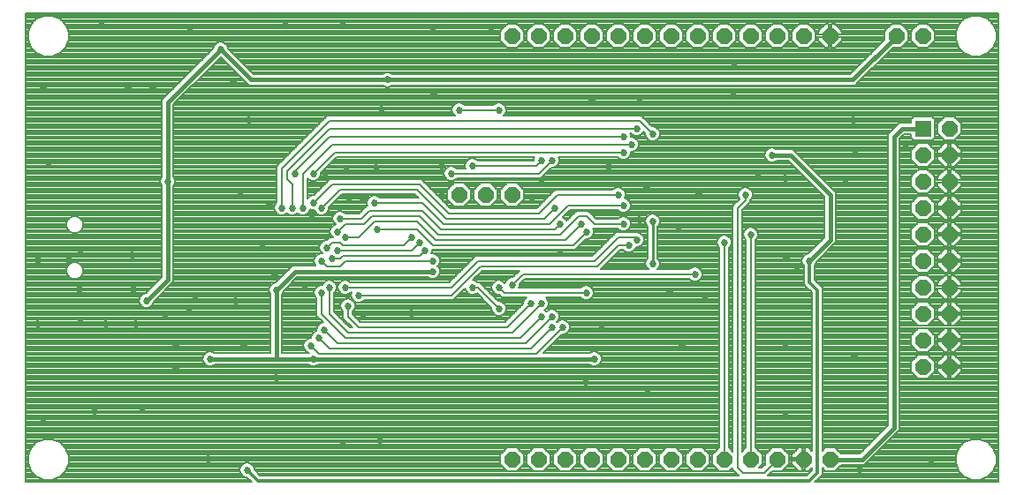
<source format=gbl>
G75*
G70*
%OFA0B0*%
%FSLAX24Y24*%
%IPPOS*%
%LPD*%
%AMOC8*
5,1,8,0,0,1.08239X$1,22.5*
%
%ADD10R,0.0600X0.0600*%
%ADD11OC8,0.0600*%
%ADD12C,0.0080*%
%ADD13C,0.0270*%
%ADD14C,0.0150*%
%ADD15C,0.0120*%
%ADD16C,0.0100*%
D10*
X034454Y013702D03*
D11*
X035454Y013702D03*
X035454Y012702D03*
X034454Y012702D03*
X034454Y011702D03*
X035454Y011702D03*
X035454Y010702D03*
X034454Y010702D03*
X034454Y009702D03*
X035454Y009702D03*
X035454Y008702D03*
X034454Y008702D03*
X034454Y007702D03*
X035454Y007702D03*
X035454Y006702D03*
X034454Y006702D03*
X034454Y005702D03*
X035454Y005702D03*
X035454Y004702D03*
X034454Y004702D03*
X030954Y001202D03*
X029954Y001202D03*
X028954Y001202D03*
X027954Y001202D03*
X026954Y001202D03*
X025954Y001202D03*
X024954Y001202D03*
X023954Y001202D03*
X022954Y001202D03*
X021954Y001202D03*
X020954Y001202D03*
X019954Y001202D03*
X018954Y001202D03*
X018954Y011202D03*
X017954Y011202D03*
X016954Y011202D03*
X018954Y017202D03*
X019954Y017202D03*
X020954Y017202D03*
X021954Y017202D03*
X022954Y017202D03*
X023954Y017202D03*
X024954Y017202D03*
X025954Y017202D03*
X026954Y017202D03*
X027954Y017202D03*
X028954Y017202D03*
X029954Y017202D03*
X030954Y017202D03*
X033454Y017202D03*
X034454Y017202D03*
D12*
X000594Y018062D02*
X000594Y000342D01*
X009131Y000342D01*
X008946Y000527D01*
X008899Y000527D01*
X008798Y000568D01*
X008720Y000646D01*
X008679Y000747D01*
X008679Y000856D01*
X008720Y000957D01*
X008798Y001035D01*
X008899Y001077D01*
X009008Y001077D01*
X009109Y001035D01*
X009187Y000957D01*
X009229Y000856D01*
X009229Y000809D01*
X009436Y000602D01*
X027499Y000602D01*
X027379Y000722D01*
X027274Y000827D01*
X027274Y000899D01*
X027136Y000762D01*
X026771Y000762D01*
X026514Y001019D01*
X026514Y001384D01*
X026771Y001642D01*
X026774Y001642D01*
X026774Y009193D01*
X026720Y009246D01*
X026679Y009347D01*
X026679Y009456D01*
X026720Y009557D01*
X026798Y009635D01*
X026899Y009677D01*
X027008Y009677D01*
X027109Y009635D01*
X027187Y009557D01*
X027229Y009456D01*
X027229Y009347D01*
X027187Y009246D01*
X027134Y009193D01*
X027134Y001642D01*
X027136Y001642D01*
X027274Y001504D01*
X027274Y010627D01*
X027274Y010776D01*
X027532Y011034D01*
X027520Y011046D01*
X027479Y011147D01*
X027479Y011256D01*
X027520Y011357D01*
X027598Y011435D01*
X027699Y011477D01*
X027808Y011477D01*
X027909Y011435D01*
X027987Y011357D01*
X028029Y011256D01*
X028029Y011147D01*
X027987Y011046D01*
X027934Y010993D01*
X027934Y010927D01*
X027634Y010627D01*
X027634Y001504D01*
X027771Y001642D01*
X027774Y001642D01*
X027774Y009493D01*
X027720Y009546D01*
X027679Y009647D01*
X027679Y009756D01*
X027720Y009857D01*
X027798Y009935D01*
X027899Y009977D01*
X028008Y009977D01*
X028109Y009935D01*
X028187Y009857D01*
X028229Y009756D01*
X028229Y009647D01*
X028187Y009546D01*
X028134Y009493D01*
X028134Y001642D01*
X028136Y001642D01*
X028394Y001384D01*
X028394Y001019D01*
X028256Y000882D01*
X028379Y000882D01*
X028515Y001018D01*
X028514Y001019D01*
X028514Y001384D01*
X028771Y001642D01*
X029136Y001642D01*
X029394Y001384D01*
X029394Y001019D01*
X029136Y000762D01*
X028771Y000762D01*
X028770Y000763D01*
X028634Y000627D01*
X028608Y000602D01*
X030071Y000602D01*
X030254Y000784D01*
X030254Y000879D01*
X030136Y000762D01*
X029993Y000762D01*
X029993Y001161D01*
X029914Y001161D01*
X029914Y000762D01*
X029771Y000762D01*
X029514Y001019D01*
X029514Y001162D01*
X029913Y001162D01*
X029913Y001241D01*
X029514Y001241D01*
X029514Y001384D01*
X029771Y001642D01*
X029914Y001642D01*
X029914Y001242D01*
X029993Y001242D01*
X029993Y001642D01*
X030136Y001642D01*
X030254Y001524D01*
X030254Y007519D01*
X030071Y007702D01*
X029954Y007819D01*
X029954Y008513D01*
X029920Y008546D01*
X029879Y008647D01*
X029879Y008756D01*
X029920Y008857D01*
X029998Y008935D01*
X030099Y008977D01*
X030124Y008977D01*
X030739Y009591D01*
X030739Y011112D01*
X029364Y012487D01*
X028927Y012487D01*
X028909Y012468D01*
X028808Y012427D01*
X028699Y012427D01*
X028598Y012468D01*
X028520Y012546D01*
X028479Y012647D01*
X028479Y012756D01*
X028520Y012857D01*
X028598Y012935D01*
X028699Y012977D01*
X028808Y012977D01*
X028909Y012935D01*
X028927Y012917D01*
X029543Y012917D01*
X029669Y012791D01*
X031169Y011291D01*
X031169Y011112D01*
X031169Y009591D01*
X031169Y009412D01*
X030429Y008672D01*
X030429Y008647D01*
X030387Y008546D01*
X030354Y008513D01*
X030354Y007984D01*
X030654Y007684D01*
X030654Y007519D01*
X030654Y001524D01*
X030771Y001642D01*
X031136Y001642D01*
X031361Y001417D01*
X032064Y001417D01*
X033139Y002491D01*
X033139Y013312D01*
X033139Y013491D01*
X033439Y013791D01*
X033564Y013917D01*
X034014Y013917D01*
X034014Y014060D01*
X034096Y014142D01*
X034812Y014142D01*
X034894Y014060D01*
X034894Y013344D01*
X034812Y013262D01*
X034096Y013262D01*
X034014Y013344D01*
X034014Y013487D01*
X033743Y013487D01*
X033569Y013312D01*
X033569Y002312D01*
X033443Y002187D01*
X032243Y000987D01*
X035709Y000987D01*
X035684Y001048D02*
X035801Y000765D01*
X036017Y000549D01*
X036300Y000432D01*
X036607Y000432D01*
X036890Y000549D01*
X037106Y000765D01*
X037223Y001048D01*
X037223Y001355D01*
X037106Y001638D01*
X036890Y001854D01*
X036607Y001971D01*
X036300Y001971D01*
X036017Y001854D01*
X035801Y001638D01*
X035684Y001355D01*
X035684Y001048D01*
X035684Y001066D02*
X032322Y001066D01*
X032400Y001144D02*
X035684Y001144D01*
X035684Y001223D02*
X032479Y001223D01*
X032557Y001301D02*
X035684Y001301D01*
X035694Y001380D02*
X032636Y001380D01*
X032714Y001458D02*
X035727Y001458D01*
X035759Y001537D02*
X032793Y001537D01*
X032871Y001615D02*
X035792Y001615D01*
X035857Y001694D02*
X032950Y001694D01*
X033028Y001772D02*
X035936Y001772D01*
X036014Y001851D02*
X033107Y001851D01*
X033186Y001930D02*
X036199Y001930D01*
X036708Y001930D02*
X037314Y001930D01*
X037314Y002008D02*
X033264Y002008D01*
X033343Y002087D02*
X037314Y002087D01*
X037314Y002165D02*
X033421Y002165D01*
X033500Y002244D02*
X037314Y002244D01*
X037314Y002322D02*
X033569Y002322D01*
X033569Y002401D02*
X037314Y002401D01*
X037314Y002479D02*
X033569Y002479D01*
X033569Y002558D02*
X037314Y002558D01*
X037314Y002636D02*
X033569Y002636D01*
X033569Y002715D02*
X037314Y002715D01*
X037314Y002794D02*
X033569Y002794D01*
X033569Y002872D02*
X037314Y002872D01*
X037314Y002951D02*
X033569Y002951D01*
X033569Y003029D02*
X037314Y003029D01*
X037314Y003108D02*
X033569Y003108D01*
X033569Y003186D02*
X037314Y003186D01*
X037314Y003265D02*
X033569Y003265D01*
X033569Y003343D02*
X037314Y003343D01*
X037314Y003422D02*
X033569Y003422D01*
X033569Y003500D02*
X037314Y003500D01*
X037314Y003579D02*
X033569Y003579D01*
X033569Y003657D02*
X037314Y003657D01*
X037314Y003736D02*
X033569Y003736D01*
X033569Y003815D02*
X037314Y003815D01*
X037314Y003893D02*
X033569Y003893D01*
X033569Y003972D02*
X037314Y003972D01*
X037314Y004050D02*
X033569Y004050D01*
X033569Y004129D02*
X037314Y004129D01*
X037314Y004207D02*
X033569Y004207D01*
X033569Y004286D02*
X034247Y004286D01*
X034271Y004262D02*
X034636Y004262D01*
X034894Y004519D01*
X034894Y004884D01*
X034636Y005142D01*
X034271Y005142D01*
X034014Y004884D01*
X034014Y004519D01*
X034271Y004262D01*
X034169Y004364D02*
X033569Y004364D01*
X033569Y004443D02*
X034090Y004443D01*
X034014Y004521D02*
X033569Y004521D01*
X033569Y004600D02*
X034014Y004600D01*
X034014Y004679D02*
X033569Y004679D01*
X033569Y004757D02*
X034014Y004757D01*
X034014Y004836D02*
X033569Y004836D01*
X033569Y004914D02*
X034044Y004914D01*
X034122Y004993D02*
X033569Y004993D01*
X033569Y005071D02*
X034201Y005071D01*
X034271Y005262D02*
X034636Y005262D01*
X034894Y005519D01*
X034894Y005884D01*
X034636Y006142D01*
X034271Y006142D01*
X034014Y005884D01*
X034014Y005519D01*
X034271Y005262D01*
X034226Y005307D02*
X033569Y005307D01*
X033569Y005385D02*
X034147Y005385D01*
X034069Y005464D02*
X033569Y005464D01*
X033569Y005543D02*
X034014Y005543D01*
X034014Y005621D02*
X033569Y005621D01*
X033569Y005700D02*
X034014Y005700D01*
X034014Y005778D02*
X033569Y005778D01*
X033569Y005857D02*
X034014Y005857D01*
X034065Y005935D02*
X033569Y005935D01*
X033569Y006014D02*
X034144Y006014D01*
X034222Y006092D02*
X033569Y006092D01*
X033569Y006171D02*
X037314Y006171D01*
X037314Y006249D02*
X033569Y006249D01*
X033569Y006328D02*
X034205Y006328D01*
X034271Y006262D02*
X034014Y006519D01*
X034014Y006884D01*
X034271Y007142D01*
X034636Y007142D01*
X034894Y006884D01*
X034894Y006519D01*
X034636Y006262D01*
X034271Y006262D01*
X034126Y006406D02*
X033569Y006406D01*
X033569Y006485D02*
X034048Y006485D01*
X034014Y006564D02*
X033569Y006564D01*
X033569Y006642D02*
X034014Y006642D01*
X034014Y006721D02*
X033569Y006721D01*
X033569Y006799D02*
X034014Y006799D01*
X034014Y006878D02*
X033569Y006878D01*
X033569Y006956D02*
X034086Y006956D01*
X034165Y007035D02*
X033569Y007035D01*
X033569Y007113D02*
X034243Y007113D01*
X034271Y007262D02*
X034636Y007262D01*
X034894Y007519D01*
X034894Y007884D01*
X034636Y008142D01*
X034271Y008142D01*
X034014Y007884D01*
X034014Y007519D01*
X034271Y007262D01*
X034262Y007270D02*
X033569Y007270D01*
X033569Y007192D02*
X037314Y007192D01*
X037314Y007270D02*
X035645Y007270D01*
X035636Y007262D02*
X035894Y007519D01*
X035894Y007662D01*
X035494Y007662D01*
X035494Y007741D01*
X035894Y007741D01*
X035894Y007884D01*
X035636Y008142D01*
X035493Y008142D01*
X035493Y007742D01*
X035414Y007742D01*
X035414Y008142D01*
X035271Y008142D01*
X035014Y007884D01*
X035014Y007741D01*
X035413Y007741D01*
X035413Y007662D01*
X035014Y007662D01*
X035014Y007519D01*
X035271Y007262D01*
X035414Y007262D01*
X035414Y007661D01*
X035493Y007661D01*
X035493Y007262D01*
X035636Y007262D01*
X035636Y007142D02*
X035493Y007142D01*
X035493Y006742D01*
X035414Y006742D01*
X035414Y007142D01*
X035271Y007142D01*
X035014Y006884D01*
X035014Y006741D01*
X035413Y006741D01*
X035413Y006662D01*
X035014Y006662D01*
X035014Y006519D01*
X035271Y006262D01*
X035414Y006262D01*
X035414Y006661D01*
X035493Y006661D01*
X035493Y006262D01*
X035636Y006262D01*
X035894Y006519D01*
X035894Y006662D01*
X035494Y006662D01*
X035494Y006741D01*
X035894Y006741D01*
X035894Y006884D01*
X035636Y007142D01*
X035664Y007113D02*
X037314Y007113D01*
X037314Y007035D02*
X035742Y007035D01*
X035821Y006956D02*
X037314Y006956D01*
X037314Y006878D02*
X035894Y006878D01*
X035894Y006799D02*
X037314Y006799D01*
X037314Y006721D02*
X035494Y006721D01*
X035493Y006799D02*
X035414Y006799D01*
X035413Y006721D02*
X034894Y006721D01*
X034894Y006799D02*
X035014Y006799D01*
X035014Y006878D02*
X034894Y006878D01*
X034821Y006956D02*
X035086Y006956D01*
X035165Y007035D02*
X034742Y007035D01*
X034664Y007113D02*
X035243Y007113D01*
X035262Y007270D02*
X034645Y007270D01*
X034723Y007349D02*
X035184Y007349D01*
X035105Y007428D02*
X034802Y007428D01*
X034880Y007506D02*
X035027Y007506D01*
X035014Y007585D02*
X034894Y007585D01*
X034894Y007663D02*
X035413Y007663D01*
X035414Y007585D02*
X035493Y007585D01*
X035494Y007663D02*
X037314Y007663D01*
X037314Y007585D02*
X035894Y007585D01*
X035880Y007506D02*
X037314Y007506D01*
X037314Y007428D02*
X035802Y007428D01*
X035723Y007349D02*
X037314Y007349D01*
X037314Y007742D02*
X035894Y007742D01*
X035894Y007820D02*
X037314Y007820D01*
X037314Y007899D02*
X035878Y007899D01*
X035800Y007977D02*
X037314Y007977D01*
X037314Y008056D02*
X035721Y008056D01*
X035643Y008134D02*
X037314Y008134D01*
X037314Y008213D02*
X033569Y008213D01*
X033569Y008134D02*
X034264Y008134D01*
X034186Y008056D02*
X033569Y008056D01*
X033569Y007977D02*
X034107Y007977D01*
X034029Y007899D02*
X033569Y007899D01*
X033569Y007820D02*
X034014Y007820D01*
X034014Y007742D02*
X033569Y007742D01*
X033569Y007663D02*
X034014Y007663D01*
X034014Y007585D02*
X033569Y007585D01*
X033569Y007506D02*
X034027Y007506D01*
X034105Y007428D02*
X033569Y007428D01*
X033569Y007349D02*
X034184Y007349D01*
X033139Y007349D02*
X030654Y007349D01*
X030654Y007270D02*
X033139Y007270D01*
X033139Y007192D02*
X030654Y007192D01*
X030654Y007113D02*
X033139Y007113D01*
X033139Y007035D02*
X030654Y007035D01*
X030654Y006956D02*
X033139Y006956D01*
X033139Y006878D02*
X030654Y006878D01*
X030654Y006799D02*
X033139Y006799D01*
X033139Y006721D02*
X030654Y006721D01*
X030654Y006642D02*
X033139Y006642D01*
X033139Y006564D02*
X030654Y006564D01*
X030654Y006485D02*
X033139Y006485D01*
X033139Y006406D02*
X030654Y006406D01*
X030654Y006328D02*
X033139Y006328D01*
X033139Y006249D02*
X030654Y006249D01*
X030654Y006171D02*
X033139Y006171D01*
X033139Y006092D02*
X030654Y006092D01*
X030654Y006014D02*
X033139Y006014D01*
X033139Y005935D02*
X030654Y005935D01*
X030654Y005857D02*
X033139Y005857D01*
X033139Y005778D02*
X030654Y005778D01*
X030654Y005700D02*
X033139Y005700D01*
X033139Y005621D02*
X030654Y005621D01*
X030654Y005543D02*
X033139Y005543D01*
X033139Y005464D02*
X030654Y005464D01*
X030654Y005385D02*
X033139Y005385D01*
X033139Y005307D02*
X030654Y005307D01*
X030654Y005228D02*
X033139Y005228D01*
X033139Y005150D02*
X030654Y005150D01*
X030654Y005071D02*
X033139Y005071D01*
X033139Y004993D02*
X030654Y004993D01*
X030654Y004914D02*
X033139Y004914D01*
X033139Y004836D02*
X030654Y004836D01*
X030654Y004757D02*
X033139Y004757D01*
X033139Y004679D02*
X030654Y004679D01*
X030654Y004600D02*
X033139Y004600D01*
X033139Y004521D02*
X030654Y004521D01*
X030654Y004443D02*
X033139Y004443D01*
X033139Y004364D02*
X030654Y004364D01*
X030654Y004286D02*
X033139Y004286D01*
X033139Y004207D02*
X030654Y004207D01*
X030654Y004129D02*
X033139Y004129D01*
X033139Y004050D02*
X030654Y004050D01*
X030654Y003972D02*
X033139Y003972D01*
X033139Y003893D02*
X030654Y003893D01*
X030654Y003815D02*
X033139Y003815D01*
X033139Y003736D02*
X030654Y003736D01*
X030654Y003657D02*
X033139Y003657D01*
X033139Y003579D02*
X030654Y003579D01*
X030654Y003500D02*
X033139Y003500D01*
X033139Y003422D02*
X030654Y003422D01*
X030654Y003343D02*
X033139Y003343D01*
X033139Y003265D02*
X030654Y003265D01*
X030654Y003186D02*
X033139Y003186D01*
X033139Y003108D02*
X030654Y003108D01*
X030654Y003029D02*
X033139Y003029D01*
X033139Y002951D02*
X030654Y002951D01*
X030654Y002872D02*
X033139Y002872D01*
X033139Y002794D02*
X030654Y002794D01*
X030654Y002715D02*
X033139Y002715D01*
X033139Y002636D02*
X030654Y002636D01*
X030654Y002558D02*
X033139Y002558D01*
X033127Y002479D02*
X030654Y002479D01*
X030654Y002401D02*
X033049Y002401D01*
X032970Y002322D02*
X030654Y002322D01*
X030654Y002244D02*
X032892Y002244D01*
X032813Y002165D02*
X030654Y002165D01*
X030654Y002087D02*
X032735Y002087D01*
X032656Y002008D02*
X030654Y002008D01*
X030654Y001930D02*
X032577Y001930D01*
X032499Y001851D02*
X030654Y001851D01*
X030654Y001772D02*
X032420Y001772D01*
X032342Y001694D02*
X030654Y001694D01*
X030654Y001615D02*
X030745Y001615D01*
X030667Y001537D02*
X030654Y001537D01*
X030254Y001537D02*
X030240Y001537D01*
X030254Y001615D02*
X030162Y001615D01*
X030254Y001694D02*
X028134Y001694D01*
X028134Y001772D02*
X030254Y001772D01*
X030254Y001851D02*
X028134Y001851D01*
X028134Y001930D02*
X030254Y001930D01*
X030254Y002008D02*
X028134Y002008D01*
X028134Y002087D02*
X030254Y002087D01*
X030254Y002165D02*
X028134Y002165D01*
X028134Y002244D02*
X030254Y002244D01*
X030254Y002322D02*
X028134Y002322D01*
X028134Y002401D02*
X030254Y002401D01*
X030254Y002479D02*
X028134Y002479D01*
X028134Y002558D02*
X030254Y002558D01*
X030254Y002636D02*
X028134Y002636D01*
X028134Y002715D02*
X030254Y002715D01*
X030254Y002794D02*
X028134Y002794D01*
X028134Y002872D02*
X030254Y002872D01*
X030254Y002951D02*
X028134Y002951D01*
X028134Y003029D02*
X030254Y003029D01*
X030254Y003108D02*
X028134Y003108D01*
X028134Y003186D02*
X030254Y003186D01*
X030254Y003265D02*
X028134Y003265D01*
X028134Y003343D02*
X030254Y003343D01*
X030254Y003422D02*
X028134Y003422D01*
X028134Y003500D02*
X030254Y003500D01*
X030254Y003579D02*
X028134Y003579D01*
X028134Y003657D02*
X030254Y003657D01*
X030254Y003736D02*
X028134Y003736D01*
X028134Y003815D02*
X030254Y003815D01*
X030254Y003893D02*
X028134Y003893D01*
X028134Y003972D02*
X030254Y003972D01*
X030254Y004050D02*
X028134Y004050D01*
X028134Y004129D02*
X030254Y004129D01*
X030254Y004207D02*
X028134Y004207D01*
X028134Y004286D02*
X030254Y004286D01*
X030254Y004364D02*
X028134Y004364D01*
X028134Y004443D02*
X030254Y004443D01*
X030254Y004521D02*
X028134Y004521D01*
X028134Y004600D02*
X030254Y004600D01*
X030254Y004679D02*
X028134Y004679D01*
X028134Y004757D02*
X030254Y004757D01*
X030254Y004836D02*
X028134Y004836D01*
X028134Y004914D02*
X030254Y004914D01*
X030254Y004993D02*
X028134Y004993D01*
X028134Y005071D02*
X030254Y005071D01*
X030254Y005150D02*
X028134Y005150D01*
X028134Y005228D02*
X030254Y005228D01*
X030254Y005307D02*
X028134Y005307D01*
X028134Y005385D02*
X030254Y005385D01*
X030254Y005464D02*
X028134Y005464D01*
X028134Y005543D02*
X030254Y005543D01*
X030254Y005621D02*
X028134Y005621D01*
X028134Y005700D02*
X030254Y005700D01*
X030254Y005778D02*
X028134Y005778D01*
X028134Y005857D02*
X030254Y005857D01*
X030254Y005935D02*
X028134Y005935D01*
X028134Y006014D02*
X030254Y006014D01*
X030254Y006092D02*
X028134Y006092D01*
X028134Y006171D02*
X030254Y006171D01*
X030254Y006249D02*
X028134Y006249D01*
X028134Y006328D02*
X030254Y006328D01*
X030254Y006406D02*
X028134Y006406D01*
X028134Y006485D02*
X030254Y006485D01*
X030254Y006564D02*
X028134Y006564D01*
X028134Y006642D02*
X030254Y006642D01*
X030254Y006721D02*
X028134Y006721D01*
X028134Y006799D02*
X030254Y006799D01*
X030254Y006878D02*
X028134Y006878D01*
X028134Y006956D02*
X030254Y006956D01*
X030254Y007035D02*
X028134Y007035D01*
X028134Y007113D02*
X030254Y007113D01*
X030254Y007192D02*
X028134Y007192D01*
X028134Y007270D02*
X030254Y007270D01*
X030254Y007349D02*
X028134Y007349D01*
X028134Y007428D02*
X030254Y007428D01*
X030254Y007506D02*
X028134Y007506D01*
X028134Y007585D02*
X030188Y007585D01*
X030109Y007663D02*
X028134Y007663D01*
X028134Y007742D02*
X030031Y007742D01*
X029954Y007820D02*
X028134Y007820D01*
X028134Y007899D02*
X029954Y007899D01*
X029954Y007977D02*
X028134Y007977D01*
X028134Y008056D02*
X029954Y008056D01*
X029954Y008134D02*
X028134Y008134D01*
X028134Y008213D02*
X029954Y008213D01*
X029954Y008292D02*
X028134Y008292D01*
X028134Y008370D02*
X029954Y008370D01*
X029954Y008449D02*
X028134Y008449D01*
X028134Y008527D02*
X029939Y008527D01*
X029896Y008606D02*
X028134Y008606D01*
X028134Y008684D02*
X029879Y008684D01*
X029881Y008763D02*
X028134Y008763D01*
X028134Y008841D02*
X029914Y008841D01*
X029983Y008920D02*
X028134Y008920D01*
X028134Y008998D02*
X030146Y008998D01*
X030225Y009077D02*
X028134Y009077D01*
X028134Y009156D02*
X030303Y009156D01*
X030382Y009234D02*
X028134Y009234D01*
X028134Y009313D02*
X030461Y009313D01*
X030539Y009391D02*
X028134Y009391D01*
X028134Y009470D02*
X030618Y009470D01*
X030696Y009548D02*
X028188Y009548D01*
X028220Y009627D02*
X030739Y009627D01*
X030739Y009705D02*
X028229Y009705D01*
X028217Y009784D02*
X030739Y009784D01*
X030739Y009862D02*
X028182Y009862D01*
X028094Y009941D02*
X030739Y009941D01*
X030739Y010019D02*
X027634Y010019D01*
X027634Y009941D02*
X027813Y009941D01*
X027725Y009862D02*
X027634Y009862D01*
X027634Y009784D02*
X027690Y009784D01*
X027679Y009705D02*
X027634Y009705D01*
X027634Y009627D02*
X027687Y009627D01*
X027719Y009548D02*
X027634Y009548D01*
X027634Y009470D02*
X027774Y009470D01*
X027774Y009391D02*
X027634Y009391D01*
X027634Y009313D02*
X027774Y009313D01*
X027774Y009234D02*
X027634Y009234D01*
X027634Y009156D02*
X027774Y009156D01*
X027774Y009077D02*
X027634Y009077D01*
X027634Y008998D02*
X027774Y008998D01*
X027774Y008920D02*
X027634Y008920D01*
X027634Y008841D02*
X027774Y008841D01*
X027774Y008763D02*
X027634Y008763D01*
X027634Y008684D02*
X027774Y008684D01*
X027774Y008606D02*
X027634Y008606D01*
X027634Y008527D02*
X027774Y008527D01*
X027774Y008449D02*
X027634Y008449D01*
X027634Y008370D02*
X027774Y008370D01*
X027774Y008292D02*
X027634Y008292D01*
X027634Y008213D02*
X027774Y008213D01*
X027774Y008134D02*
X027634Y008134D01*
X027634Y008056D02*
X027774Y008056D01*
X027774Y007977D02*
X027634Y007977D01*
X027634Y007899D02*
X027774Y007899D01*
X027774Y007820D02*
X027634Y007820D01*
X027634Y007742D02*
X027774Y007742D01*
X027774Y007663D02*
X027634Y007663D01*
X027634Y007585D02*
X027774Y007585D01*
X027774Y007506D02*
X027634Y007506D01*
X027634Y007428D02*
X027774Y007428D01*
X027774Y007349D02*
X027634Y007349D01*
X027634Y007270D02*
X027774Y007270D01*
X027774Y007192D02*
X027634Y007192D01*
X027634Y007113D02*
X027774Y007113D01*
X027774Y007035D02*
X027634Y007035D01*
X027634Y006956D02*
X027774Y006956D01*
X027774Y006878D02*
X027634Y006878D01*
X027634Y006799D02*
X027774Y006799D01*
X027774Y006721D02*
X027634Y006721D01*
X027634Y006642D02*
X027774Y006642D01*
X027774Y006564D02*
X027634Y006564D01*
X027634Y006485D02*
X027774Y006485D01*
X027774Y006406D02*
X027634Y006406D01*
X027634Y006328D02*
X027774Y006328D01*
X027774Y006249D02*
X027634Y006249D01*
X027634Y006171D02*
X027774Y006171D01*
X027774Y006092D02*
X027634Y006092D01*
X027634Y006014D02*
X027774Y006014D01*
X027774Y005935D02*
X027634Y005935D01*
X027634Y005857D02*
X027774Y005857D01*
X027774Y005778D02*
X027634Y005778D01*
X027634Y005700D02*
X027774Y005700D01*
X027774Y005621D02*
X027634Y005621D01*
X027634Y005543D02*
X027774Y005543D01*
X027774Y005464D02*
X027634Y005464D01*
X027634Y005385D02*
X027774Y005385D01*
X027774Y005307D02*
X027634Y005307D01*
X027634Y005228D02*
X027774Y005228D01*
X027774Y005150D02*
X027634Y005150D01*
X027634Y005071D02*
X027774Y005071D01*
X027774Y004993D02*
X027634Y004993D01*
X027634Y004914D02*
X027774Y004914D01*
X027774Y004836D02*
X027634Y004836D01*
X027634Y004757D02*
X027774Y004757D01*
X027774Y004679D02*
X027634Y004679D01*
X027634Y004600D02*
X027774Y004600D01*
X027774Y004521D02*
X027634Y004521D01*
X027634Y004443D02*
X027774Y004443D01*
X027774Y004364D02*
X027634Y004364D01*
X027634Y004286D02*
X027774Y004286D01*
X027774Y004207D02*
X027634Y004207D01*
X027634Y004129D02*
X027774Y004129D01*
X027774Y004050D02*
X027634Y004050D01*
X027634Y003972D02*
X027774Y003972D01*
X027774Y003893D02*
X027634Y003893D01*
X027634Y003815D02*
X027774Y003815D01*
X027774Y003736D02*
X027634Y003736D01*
X027634Y003657D02*
X027774Y003657D01*
X027774Y003579D02*
X027634Y003579D01*
X027634Y003500D02*
X027774Y003500D01*
X027774Y003422D02*
X027634Y003422D01*
X027634Y003343D02*
X027774Y003343D01*
X027774Y003265D02*
X027634Y003265D01*
X027634Y003186D02*
X027774Y003186D01*
X027774Y003108D02*
X027634Y003108D01*
X027634Y003029D02*
X027774Y003029D01*
X027774Y002951D02*
X027634Y002951D01*
X027634Y002872D02*
X027774Y002872D01*
X027774Y002794D02*
X027634Y002794D01*
X027634Y002715D02*
X027774Y002715D01*
X027774Y002636D02*
X027634Y002636D01*
X027634Y002558D02*
X027774Y002558D01*
X027774Y002479D02*
X027634Y002479D01*
X027634Y002401D02*
X027774Y002401D01*
X027774Y002322D02*
X027634Y002322D01*
X027634Y002244D02*
X027774Y002244D01*
X027774Y002165D02*
X027634Y002165D01*
X027634Y002087D02*
X027774Y002087D01*
X027774Y002008D02*
X027634Y002008D01*
X027634Y001930D02*
X027774Y001930D01*
X027774Y001851D02*
X027634Y001851D01*
X027634Y001772D02*
X027774Y001772D01*
X027774Y001694D02*
X027634Y001694D01*
X027634Y001615D02*
X027745Y001615D01*
X027667Y001537D02*
X027634Y001537D01*
X027274Y001537D02*
X027240Y001537D01*
X027274Y001615D02*
X027162Y001615D01*
X027134Y001694D02*
X027274Y001694D01*
X027274Y001772D02*
X027134Y001772D01*
X027134Y001851D02*
X027274Y001851D01*
X027274Y001930D02*
X027134Y001930D01*
X027134Y002008D02*
X027274Y002008D01*
X027274Y002087D02*
X027134Y002087D01*
X027134Y002165D02*
X027274Y002165D01*
X027274Y002244D02*
X027134Y002244D01*
X027134Y002322D02*
X027274Y002322D01*
X027274Y002401D02*
X027134Y002401D01*
X027134Y002479D02*
X027274Y002479D01*
X027274Y002558D02*
X027134Y002558D01*
X027134Y002636D02*
X027274Y002636D01*
X027274Y002715D02*
X027134Y002715D01*
X027134Y002794D02*
X027274Y002794D01*
X027274Y002872D02*
X027134Y002872D01*
X027134Y002951D02*
X027274Y002951D01*
X027274Y003029D02*
X027134Y003029D01*
X027134Y003108D02*
X027274Y003108D01*
X027274Y003186D02*
X027134Y003186D01*
X027134Y003265D02*
X027274Y003265D01*
X027274Y003343D02*
X027134Y003343D01*
X027134Y003422D02*
X027274Y003422D01*
X027274Y003500D02*
X027134Y003500D01*
X027134Y003579D02*
X027274Y003579D01*
X027274Y003657D02*
X027134Y003657D01*
X027134Y003736D02*
X027274Y003736D01*
X027274Y003815D02*
X027134Y003815D01*
X027134Y003893D02*
X027274Y003893D01*
X027274Y003972D02*
X027134Y003972D01*
X027134Y004050D02*
X027274Y004050D01*
X027274Y004129D02*
X027134Y004129D01*
X027134Y004207D02*
X027274Y004207D01*
X027274Y004286D02*
X027134Y004286D01*
X027134Y004364D02*
X027274Y004364D01*
X027274Y004443D02*
X027134Y004443D01*
X027134Y004521D02*
X027274Y004521D01*
X027274Y004600D02*
X027134Y004600D01*
X027134Y004679D02*
X027274Y004679D01*
X027274Y004757D02*
X027134Y004757D01*
X027134Y004836D02*
X027274Y004836D01*
X027274Y004914D02*
X027134Y004914D01*
X027134Y004993D02*
X027274Y004993D01*
X027274Y005071D02*
X027134Y005071D01*
X027134Y005150D02*
X027274Y005150D01*
X027274Y005228D02*
X027134Y005228D01*
X027134Y005307D02*
X027274Y005307D01*
X027274Y005385D02*
X027134Y005385D01*
X027134Y005464D02*
X027274Y005464D01*
X027274Y005543D02*
X027134Y005543D01*
X027134Y005621D02*
X027274Y005621D01*
X027274Y005700D02*
X027134Y005700D01*
X027134Y005778D02*
X027274Y005778D01*
X027274Y005857D02*
X027134Y005857D01*
X027134Y005935D02*
X027274Y005935D01*
X027274Y006014D02*
X027134Y006014D01*
X027134Y006092D02*
X027274Y006092D01*
X027274Y006171D02*
X027134Y006171D01*
X027134Y006249D02*
X027274Y006249D01*
X027274Y006328D02*
X027134Y006328D01*
X027134Y006406D02*
X027274Y006406D01*
X027274Y006485D02*
X027134Y006485D01*
X027134Y006564D02*
X027274Y006564D01*
X027274Y006642D02*
X027134Y006642D01*
X027134Y006721D02*
X027274Y006721D01*
X027274Y006799D02*
X027134Y006799D01*
X027134Y006878D02*
X027274Y006878D01*
X027274Y006956D02*
X027134Y006956D01*
X027134Y007035D02*
X027274Y007035D01*
X027274Y007113D02*
X027134Y007113D01*
X027134Y007192D02*
X027274Y007192D01*
X027274Y007270D02*
X027134Y007270D01*
X027134Y007349D02*
X027274Y007349D01*
X027274Y007428D02*
X027134Y007428D01*
X027134Y007506D02*
X027274Y007506D01*
X027274Y007585D02*
X027134Y007585D01*
X027134Y007663D02*
X027274Y007663D01*
X027274Y007742D02*
X027134Y007742D01*
X027134Y007820D02*
X027274Y007820D01*
X027274Y007899D02*
X027134Y007899D01*
X027134Y007977D02*
X027274Y007977D01*
X027274Y008056D02*
X027134Y008056D01*
X027134Y008134D02*
X027274Y008134D01*
X027274Y008213D02*
X027134Y008213D01*
X027134Y008292D02*
X027274Y008292D01*
X027274Y008370D02*
X027134Y008370D01*
X027134Y008449D02*
X027274Y008449D01*
X027274Y008527D02*
X027134Y008527D01*
X027134Y008606D02*
X027274Y008606D01*
X027274Y008684D02*
X027134Y008684D01*
X027134Y008763D02*
X027274Y008763D01*
X027274Y008841D02*
X027134Y008841D01*
X027134Y008920D02*
X027274Y008920D01*
X027274Y008998D02*
X027134Y008998D01*
X027134Y009077D02*
X027274Y009077D01*
X027274Y009156D02*
X027134Y009156D01*
X027175Y009234D02*
X027274Y009234D01*
X027274Y009313D02*
X027214Y009313D01*
X027229Y009391D02*
X027274Y009391D01*
X027274Y009470D02*
X027223Y009470D01*
X027190Y009548D02*
X027274Y009548D01*
X027274Y009627D02*
X027117Y009627D01*
X027274Y009705D02*
X024444Y009705D01*
X024444Y009627D02*
X026790Y009627D01*
X026717Y009548D02*
X024444Y009548D01*
X024444Y009470D02*
X026684Y009470D01*
X026679Y009391D02*
X024444Y009391D01*
X024444Y009313D02*
X026693Y009313D01*
X026732Y009234D02*
X024444Y009234D01*
X024444Y009156D02*
X026774Y009156D01*
X026774Y009077D02*
X024444Y009077D01*
X024444Y008998D02*
X026774Y008998D01*
X026774Y008920D02*
X024444Y008920D01*
X024444Y008841D02*
X026774Y008841D01*
X026774Y008763D02*
X024481Y008763D01*
X024487Y008757D02*
X024444Y008800D01*
X024444Y010003D01*
X024487Y010046D01*
X024529Y010147D01*
X024529Y010256D01*
X024487Y010357D01*
X024409Y010435D01*
X024308Y010477D01*
X024199Y010477D01*
X024098Y010435D01*
X024020Y010357D01*
X023979Y010256D01*
X023979Y010147D01*
X024020Y010046D01*
X024064Y010003D01*
X024064Y008800D01*
X024020Y008757D01*
X023979Y008656D01*
X023979Y008547D01*
X024020Y008446D01*
X024085Y008382D01*
X022288Y008382D01*
X023028Y009122D01*
X023145Y009122D01*
X023198Y009068D01*
X023299Y009027D01*
X023408Y009027D01*
X023509Y009068D01*
X023587Y009146D01*
X023620Y009227D01*
X023708Y009227D01*
X023809Y009268D01*
X023887Y009346D01*
X023929Y009447D01*
X023929Y009556D01*
X023887Y009657D01*
X023809Y009735D01*
X023708Y009777D01*
X023633Y009777D01*
X023628Y009782D01*
X023479Y009782D01*
X022879Y009782D01*
X022774Y009676D01*
X021979Y008882D01*
X017579Y008882D01*
X017474Y008776D01*
X016579Y007882D01*
X012862Y007882D01*
X012809Y007935D01*
X012708Y007977D01*
X012599Y007977D01*
X012498Y007935D01*
X012420Y007857D01*
X012379Y007756D01*
X012379Y007647D01*
X012420Y007546D01*
X012498Y007468D01*
X012599Y007427D01*
X012708Y007427D01*
X012809Y007468D01*
X012862Y007522D01*
X012906Y007522D01*
X012879Y007456D01*
X012879Y007347D01*
X012920Y007246D01*
X012998Y007168D01*
X013099Y007127D01*
X013208Y007127D01*
X013309Y007168D01*
X013362Y007222D01*
X016579Y007222D01*
X016728Y007222D01*
X017179Y007672D01*
X017179Y007647D01*
X017220Y007546D01*
X017298Y007468D01*
X017399Y007427D01*
X017508Y007427D01*
X017609Y007468D01*
X017621Y007480D01*
X018179Y006922D01*
X018179Y006847D01*
X018220Y006746D01*
X018298Y006668D01*
X018399Y006627D01*
X018508Y006627D01*
X018609Y006668D01*
X018687Y006746D01*
X018729Y006847D01*
X018729Y006956D01*
X018687Y007057D01*
X018609Y007135D01*
X018508Y007177D01*
X018433Y007177D01*
X017728Y007882D01*
X017662Y007882D01*
X017609Y007935D01*
X017508Y007977D01*
X017483Y007977D01*
X017828Y008322D01*
X019219Y008322D01*
X018974Y008077D01*
X018899Y008077D01*
X018798Y008035D01*
X018720Y007957D01*
X018681Y007863D01*
X018609Y007935D01*
X018508Y007977D01*
X018399Y007977D01*
X018298Y007935D01*
X018220Y007857D01*
X018179Y007756D01*
X018179Y007647D01*
X018220Y007546D01*
X018298Y007468D01*
X018399Y007427D01*
X018474Y007427D01*
X018579Y007322D01*
X018728Y007322D01*
X019485Y007322D01*
X019420Y007257D01*
X019379Y007156D01*
X019379Y007081D01*
X018679Y006382D01*
X013228Y006382D01*
X012934Y006676D01*
X012934Y006793D01*
X012987Y006846D01*
X013029Y006947D01*
X013029Y007056D01*
X012987Y007157D01*
X012909Y007235D01*
X012808Y007277D01*
X012699Y007277D01*
X012598Y007235D01*
X012520Y007157D01*
X012479Y007056D01*
X012479Y006947D01*
X012520Y006846D01*
X012574Y006793D01*
X012574Y006676D01*
X012574Y006527D01*
X012919Y006182D01*
X012828Y006182D01*
X012234Y006776D01*
X012234Y007493D01*
X012287Y007546D01*
X012329Y007647D01*
X012329Y007756D01*
X012287Y007857D01*
X012209Y007935D01*
X012108Y007977D01*
X011999Y007977D01*
X011898Y007935D01*
X011820Y007857D01*
X011787Y007777D01*
X011699Y007777D01*
X011598Y007735D01*
X011520Y007657D01*
X011479Y007556D01*
X011479Y007447D01*
X011520Y007346D01*
X011574Y007293D01*
X011574Y006776D01*
X011574Y006627D01*
X011824Y006377D01*
X011799Y006377D01*
X011698Y006335D01*
X011620Y006257D01*
X011579Y006156D01*
X011579Y006068D01*
X011498Y006035D01*
X011420Y005957D01*
X011379Y005856D01*
X011379Y005777D01*
X011299Y005777D01*
X011198Y005735D01*
X011120Y005657D01*
X011079Y005556D01*
X011079Y005447D01*
X011120Y005346D01*
X011198Y005268D01*
X011292Y005229D01*
X011280Y005217D01*
X010269Y005217D01*
X010269Y007428D01*
X010287Y007446D01*
X010329Y007547D01*
X010329Y007572D01*
X010843Y008087D01*
X015780Y008087D01*
X015798Y008068D01*
X015899Y008027D01*
X016008Y008027D01*
X016109Y008068D01*
X016187Y008146D01*
X016229Y008247D01*
X016229Y008356D01*
X016187Y008457D01*
X016142Y008502D01*
X016187Y008546D01*
X016229Y008647D01*
X016229Y008756D01*
X016187Y008857D01*
X016109Y008935D01*
X016008Y008977D01*
X015899Y008977D01*
X015929Y009047D01*
X015929Y009122D01*
X021328Y009122D01*
X021434Y009227D01*
X021733Y009527D01*
X021808Y009527D01*
X021909Y009568D01*
X021987Y009646D01*
X022029Y009747D01*
X022029Y009856D01*
X022001Y009922D01*
X022945Y009922D01*
X022998Y009868D01*
X023099Y009827D01*
X023208Y009827D01*
X023309Y009868D01*
X023387Y009946D01*
X023429Y010047D01*
X023429Y010156D01*
X023387Y010257D01*
X023309Y010335D01*
X023208Y010377D01*
X023099Y010377D01*
X022998Y010335D01*
X022945Y010282D01*
X022128Y010282D01*
X021934Y010476D01*
X021828Y010582D01*
X021528Y010582D01*
X021379Y010582D01*
X021007Y010209D01*
X020987Y010257D01*
X020909Y010335D01*
X020861Y010355D01*
X021128Y010622D01*
X022945Y010622D01*
X022998Y010568D01*
X023099Y010527D01*
X023208Y010527D01*
X023309Y010568D01*
X023387Y010646D01*
X023429Y010747D01*
X023429Y010856D01*
X023387Y010957D01*
X023309Y011035D01*
X023208Y011077D01*
X023199Y011077D01*
X023229Y011147D01*
X023229Y011256D01*
X023187Y011357D01*
X023109Y011435D01*
X023008Y011477D01*
X022899Y011477D01*
X022798Y011435D01*
X022745Y011382D01*
X020728Y011382D01*
X020579Y011382D01*
X019879Y010682D01*
X016628Y010682D01*
X015634Y011676D01*
X015528Y011782D01*
X012228Y011782D01*
X012079Y011782D01*
X011474Y011177D01*
X011399Y011177D01*
X011298Y011135D01*
X011234Y011070D01*
X011234Y011833D01*
X011298Y011768D01*
X011399Y011727D01*
X011508Y011727D01*
X011609Y011768D01*
X011687Y011846D01*
X011729Y011947D01*
X011729Y012022D01*
X012328Y012622D01*
X019806Y012622D01*
X019779Y012556D01*
X019779Y012482D01*
X017662Y012482D01*
X017609Y012535D01*
X017508Y012577D01*
X017399Y012577D01*
X017298Y012535D01*
X017220Y012457D01*
X017179Y012356D01*
X017179Y012247D01*
X017206Y012182D01*
X016862Y012182D01*
X016809Y012235D01*
X016708Y012277D01*
X016599Y012277D01*
X016498Y012235D01*
X016420Y012157D01*
X016379Y012056D01*
X016379Y011947D01*
X016420Y011846D01*
X016498Y011768D01*
X016599Y011727D01*
X016708Y011727D01*
X016809Y011768D01*
X016862Y011822D01*
X019879Y011822D01*
X020028Y011822D01*
X020433Y012227D01*
X020508Y012227D01*
X020609Y012268D01*
X020687Y012346D01*
X020729Y012447D01*
X020729Y012556D01*
X020701Y012622D01*
X022945Y012622D01*
X022998Y012568D01*
X023099Y012527D01*
X023208Y012527D01*
X023309Y012568D01*
X023387Y012646D01*
X023429Y012747D01*
X023429Y012827D01*
X023508Y012827D01*
X023609Y012868D01*
X023687Y012946D01*
X023729Y013047D01*
X023729Y013156D01*
X023687Y013257D01*
X023609Y013335D01*
X023508Y013377D01*
X023429Y013377D01*
X023429Y013456D01*
X023401Y013522D01*
X023445Y013522D01*
X023498Y013468D01*
X023599Y013427D01*
X023708Y013427D01*
X023809Y013468D01*
X023887Y013546D01*
X023907Y013594D01*
X023979Y013522D01*
X023979Y013447D01*
X024020Y013346D01*
X024098Y013268D01*
X024199Y013227D01*
X024308Y013227D01*
X024409Y013268D01*
X024487Y013346D01*
X024529Y013447D01*
X024529Y013556D01*
X024487Y013657D01*
X024409Y013735D01*
X024308Y013777D01*
X024233Y013777D01*
X023828Y014182D01*
X023679Y014182D01*
X018622Y014182D01*
X018687Y014246D01*
X018729Y014347D01*
X018729Y014456D01*
X018687Y014557D01*
X018609Y014635D01*
X018508Y014677D01*
X018399Y014677D01*
X018298Y014635D01*
X018245Y014582D01*
X017162Y014582D01*
X017109Y014635D01*
X017008Y014677D01*
X016899Y014677D01*
X016798Y014635D01*
X016720Y014557D01*
X016679Y014456D01*
X016679Y014347D01*
X016720Y014246D01*
X016785Y014182D01*
X011979Y014182D01*
X011874Y014076D01*
X010074Y012276D01*
X010074Y012127D01*
X010074Y010910D01*
X010020Y010857D01*
X009979Y010756D01*
X009979Y010647D01*
X010020Y010546D01*
X010098Y010468D01*
X010199Y010427D01*
X010308Y010427D01*
X010409Y010468D01*
X010454Y010513D01*
X010498Y010468D01*
X010599Y010427D01*
X010708Y010427D01*
X010809Y010468D01*
X010854Y010513D01*
X010898Y010468D01*
X010999Y010427D01*
X011108Y010427D01*
X011209Y010468D01*
X011287Y010546D01*
X011329Y010647D01*
X011329Y010656D01*
X011399Y010627D01*
X011487Y010627D01*
X011520Y010546D01*
X011598Y010468D01*
X011699Y010427D01*
X011808Y010427D01*
X011909Y010468D01*
X011987Y010546D01*
X012029Y010647D01*
X012029Y010722D01*
X012528Y011222D01*
X015279Y011222D01*
X015419Y011082D01*
X013962Y011082D01*
X013909Y011135D01*
X013808Y011177D01*
X013699Y011177D01*
X013598Y011135D01*
X013520Y011057D01*
X013479Y010956D01*
X013479Y010847D01*
X013506Y010782D01*
X013479Y010782D01*
X013374Y010676D01*
X013179Y010482D01*
X012662Y010482D01*
X012609Y010535D01*
X012508Y010577D01*
X012399Y010577D01*
X012298Y010535D01*
X012220Y010457D01*
X012179Y010356D01*
X012179Y010247D01*
X012220Y010146D01*
X012292Y010074D01*
X012198Y010035D01*
X012120Y009957D01*
X012079Y009856D01*
X012079Y009747D01*
X012120Y009646D01*
X012185Y009582D01*
X012079Y009582D01*
X011974Y009477D01*
X011899Y009477D01*
X011798Y009435D01*
X011720Y009357D01*
X011679Y009256D01*
X011679Y009147D01*
X011720Y009046D01*
X011790Y008977D01*
X011699Y008977D01*
X011598Y008935D01*
X011520Y008857D01*
X011479Y008756D01*
X011479Y008647D01*
X011520Y008546D01*
X011550Y008517D01*
X010843Y008517D01*
X010664Y008517D01*
X010024Y007877D01*
X009999Y007877D01*
X009898Y007835D01*
X009820Y007757D01*
X009779Y007656D01*
X009779Y007547D01*
X009820Y007446D01*
X009839Y007428D01*
X009839Y005217D01*
X007727Y005217D01*
X007709Y005235D01*
X007608Y005277D01*
X007499Y005277D01*
X007398Y005235D01*
X007320Y005157D01*
X007279Y005056D01*
X007279Y004947D01*
X007320Y004846D01*
X007398Y004768D01*
X007499Y004727D01*
X007608Y004727D01*
X007709Y004768D01*
X007727Y004787D01*
X009964Y004787D01*
X010143Y004787D01*
X011280Y004787D01*
X011298Y004768D01*
X011399Y004727D01*
X011508Y004727D01*
X011609Y004768D01*
X011627Y004787D01*
X021880Y004787D01*
X021898Y004768D01*
X021999Y004727D01*
X022108Y004727D01*
X022209Y004768D01*
X022287Y004846D01*
X022329Y004947D01*
X022329Y005056D01*
X022287Y005157D01*
X022209Y005235D01*
X022108Y005277D01*
X021999Y005277D01*
X021898Y005235D01*
X021880Y005217D01*
X020123Y005217D01*
X020833Y005927D01*
X020908Y005927D01*
X021009Y005968D01*
X021087Y006046D01*
X021129Y006147D01*
X021129Y006256D01*
X021087Y006357D01*
X021009Y006435D01*
X020908Y006477D01*
X020799Y006477D01*
X020698Y006435D01*
X020654Y006390D01*
X020642Y006402D01*
X020687Y006446D01*
X020729Y006547D01*
X020729Y006656D01*
X020687Y006757D01*
X020609Y006835D01*
X020508Y006877D01*
X020399Y006877D01*
X020298Y006835D01*
X020254Y006790D01*
X020209Y006835D01*
X020169Y006852D01*
X020209Y006868D01*
X020287Y006946D01*
X020329Y007047D01*
X020329Y007156D01*
X020287Y007257D01*
X020222Y007322D01*
X021545Y007322D01*
X021598Y007268D01*
X021699Y007227D01*
X021808Y007227D01*
X021909Y007268D01*
X021987Y007346D01*
X022029Y007447D01*
X022029Y007556D01*
X021987Y007657D01*
X021909Y007735D01*
X021808Y007777D01*
X021699Y007777D01*
X021598Y007735D01*
X021545Y007682D01*
X019201Y007682D01*
X019229Y007747D01*
X019229Y007822D01*
X019428Y008022D01*
X025645Y008022D01*
X025698Y007968D01*
X025799Y007927D01*
X025908Y007927D01*
X026009Y007968D01*
X026087Y008046D01*
X026129Y008147D01*
X026129Y008256D01*
X026087Y008357D01*
X026009Y008435D01*
X025908Y008477D01*
X025799Y008477D01*
X025698Y008435D01*
X025645Y008382D01*
X024422Y008382D01*
X024487Y008446D01*
X024529Y008547D01*
X024529Y008656D01*
X024487Y008757D01*
X024517Y008684D02*
X026774Y008684D01*
X026774Y008606D02*
X024529Y008606D01*
X024520Y008527D02*
X026774Y008527D01*
X026774Y008449D02*
X025976Y008449D01*
X026074Y008370D02*
X026774Y008370D01*
X026774Y008292D02*
X026114Y008292D01*
X026129Y008213D02*
X026774Y008213D01*
X026774Y008134D02*
X026123Y008134D01*
X026091Y008056D02*
X026774Y008056D01*
X026774Y007977D02*
X026018Y007977D01*
X025854Y008202D02*
X019354Y008202D01*
X018954Y007802D01*
X018849Y008056D02*
X017562Y008056D01*
X017484Y007977D02*
X018740Y007977D01*
X018696Y007899D02*
X018645Y007899D01*
X018454Y007702D02*
X018654Y007502D01*
X021754Y007502D01*
X022029Y007506D02*
X026774Y007506D01*
X026774Y007428D02*
X022021Y007428D01*
X021988Y007349D02*
X026774Y007349D01*
X026774Y007270D02*
X021911Y007270D01*
X021596Y007270D02*
X020274Y007270D01*
X020314Y007192D02*
X026774Y007192D01*
X026774Y007113D02*
X020329Y007113D01*
X020324Y007035D02*
X026774Y007035D01*
X026774Y006956D02*
X020291Y006956D01*
X020219Y006878D02*
X026774Y006878D01*
X026774Y006799D02*
X020645Y006799D01*
X020702Y006721D02*
X026774Y006721D01*
X026774Y006642D02*
X020729Y006642D01*
X020729Y006564D02*
X026774Y006564D01*
X026774Y006485D02*
X020703Y006485D01*
X020670Y006406D02*
X020647Y006406D01*
X020454Y006602D02*
X019454Y005602D01*
X012354Y005602D01*
X011854Y006102D01*
X011579Y006092D02*
X010269Y006092D01*
X010269Y006014D02*
X011477Y006014D01*
X011411Y005935D02*
X010269Y005935D01*
X010269Y005857D02*
X011379Y005857D01*
X011379Y005778D02*
X010269Y005778D01*
X010269Y005700D02*
X011163Y005700D01*
X011105Y005621D02*
X010269Y005621D01*
X010269Y005543D02*
X011079Y005543D01*
X011079Y005464D02*
X010269Y005464D01*
X010269Y005385D02*
X011104Y005385D01*
X011159Y005307D02*
X010269Y005307D01*
X010269Y005228D02*
X011291Y005228D01*
X011354Y005502D02*
X011654Y005202D01*
X019854Y005202D01*
X020854Y006202D01*
X021037Y006406D02*
X026774Y006406D01*
X026774Y006328D02*
X021099Y006328D01*
X021129Y006249D02*
X026774Y006249D01*
X026774Y006171D02*
X021129Y006171D01*
X021106Y006092D02*
X026774Y006092D01*
X026774Y006014D02*
X021055Y006014D01*
X020929Y005935D02*
X026774Y005935D01*
X026774Y005857D02*
X020763Y005857D01*
X020685Y005778D02*
X026774Y005778D01*
X026774Y005700D02*
X020606Y005700D01*
X020528Y005621D02*
X026774Y005621D01*
X026774Y005543D02*
X020449Y005543D01*
X020370Y005464D02*
X026774Y005464D01*
X026774Y005385D02*
X020292Y005385D01*
X020213Y005307D02*
X026774Y005307D01*
X026774Y005228D02*
X022216Y005228D01*
X022290Y005150D02*
X026774Y005150D01*
X026774Y005071D02*
X022322Y005071D01*
X022329Y004993D02*
X026774Y004993D01*
X026774Y004914D02*
X022315Y004914D01*
X022276Y004836D02*
X026774Y004836D01*
X026774Y004757D02*
X022182Y004757D01*
X021925Y004757D02*
X011582Y004757D01*
X011325Y004757D02*
X007682Y004757D01*
X007425Y004757D02*
X000594Y004757D01*
X000594Y004679D02*
X026774Y004679D01*
X026774Y004600D02*
X000594Y004600D01*
X000594Y004521D02*
X026774Y004521D01*
X026774Y004443D02*
X000594Y004443D01*
X000594Y004364D02*
X026774Y004364D01*
X026774Y004286D02*
X000594Y004286D01*
X000594Y004207D02*
X026774Y004207D01*
X026774Y004129D02*
X000594Y004129D01*
X000594Y004050D02*
X026774Y004050D01*
X026774Y003972D02*
X000594Y003972D01*
X000594Y003893D02*
X026774Y003893D01*
X026774Y003815D02*
X000594Y003815D01*
X000594Y003736D02*
X026774Y003736D01*
X026774Y003657D02*
X000594Y003657D01*
X000594Y003579D02*
X026774Y003579D01*
X026774Y003500D02*
X000594Y003500D01*
X000594Y003422D02*
X026774Y003422D01*
X026774Y003343D02*
X000594Y003343D01*
X000594Y003265D02*
X026774Y003265D01*
X026774Y003186D02*
X000594Y003186D01*
X000594Y003108D02*
X026774Y003108D01*
X026774Y003029D02*
X000594Y003029D01*
X000594Y002951D02*
X026774Y002951D01*
X026774Y002872D02*
X000594Y002872D01*
X000594Y002794D02*
X026774Y002794D01*
X026774Y002715D02*
X000594Y002715D01*
X000594Y002636D02*
X026774Y002636D01*
X026774Y002558D02*
X000594Y002558D01*
X000594Y002479D02*
X026774Y002479D01*
X026774Y002401D02*
X000594Y002401D01*
X000594Y002322D02*
X026774Y002322D01*
X026774Y002244D02*
X000594Y002244D01*
X000594Y002165D02*
X026774Y002165D01*
X026774Y002087D02*
X000594Y002087D01*
X000594Y002008D02*
X026774Y002008D01*
X026774Y001930D02*
X001708Y001930D01*
X001607Y001971D02*
X001300Y001971D01*
X001017Y001854D01*
X000801Y001638D01*
X000684Y001355D01*
X000684Y001048D01*
X000801Y000765D01*
X001017Y000549D01*
X001300Y000432D01*
X001607Y000432D01*
X001890Y000549D01*
X002106Y000765D01*
X002223Y001048D01*
X002223Y001355D01*
X002106Y001638D01*
X001890Y001854D01*
X001607Y001971D01*
X001893Y001851D02*
X026774Y001851D01*
X026774Y001772D02*
X001971Y001772D01*
X002050Y001694D02*
X026774Y001694D01*
X026745Y001615D02*
X026162Y001615D01*
X026136Y001642D02*
X025771Y001642D01*
X025514Y001384D01*
X025514Y001019D01*
X025771Y000762D01*
X026136Y000762D01*
X026394Y001019D01*
X026394Y001384D01*
X026136Y001642D01*
X026240Y001537D02*
X026667Y001537D01*
X026588Y001458D02*
X026319Y001458D01*
X026394Y001380D02*
X026514Y001380D01*
X026514Y001301D02*
X026394Y001301D01*
X026394Y001223D02*
X026514Y001223D01*
X026514Y001144D02*
X026394Y001144D01*
X026394Y001066D02*
X026514Y001066D01*
X026546Y000987D02*
X026361Y000987D01*
X026283Y000908D02*
X026624Y000908D01*
X026703Y000830D02*
X026204Y000830D01*
X025703Y000830D02*
X025204Y000830D01*
X025136Y000762D02*
X025394Y001019D01*
X025394Y001384D01*
X025136Y001642D01*
X024771Y001642D01*
X024514Y001384D01*
X024514Y001019D01*
X024771Y000762D01*
X025136Y000762D01*
X025283Y000908D02*
X025624Y000908D01*
X025546Y000987D02*
X025361Y000987D01*
X025394Y001066D02*
X025514Y001066D01*
X025514Y001144D02*
X025394Y001144D01*
X025394Y001223D02*
X025514Y001223D01*
X025514Y001301D02*
X025394Y001301D01*
X025394Y001380D02*
X025514Y001380D01*
X025588Y001458D02*
X025319Y001458D01*
X025240Y001537D02*
X025667Y001537D01*
X025745Y001615D02*
X025162Y001615D01*
X024745Y001615D02*
X024162Y001615D01*
X024136Y001642D02*
X023771Y001642D01*
X023514Y001384D01*
X023514Y001019D01*
X023771Y000762D01*
X024136Y000762D01*
X024394Y001019D01*
X024394Y001384D01*
X024136Y001642D01*
X024240Y001537D02*
X024667Y001537D01*
X024588Y001458D02*
X024319Y001458D01*
X024394Y001380D02*
X024514Y001380D01*
X024514Y001301D02*
X024394Y001301D01*
X024394Y001223D02*
X024514Y001223D01*
X024514Y001144D02*
X024394Y001144D01*
X024394Y001066D02*
X024514Y001066D01*
X024546Y000987D02*
X024361Y000987D01*
X024283Y000908D02*
X024624Y000908D01*
X024703Y000830D02*
X024204Y000830D01*
X023703Y000830D02*
X023204Y000830D01*
X023136Y000762D02*
X023394Y001019D01*
X023394Y001384D01*
X023136Y001642D01*
X022771Y001642D01*
X022514Y001384D01*
X022514Y001019D01*
X022771Y000762D01*
X023136Y000762D01*
X023283Y000908D02*
X023624Y000908D01*
X023546Y000987D02*
X023361Y000987D01*
X023394Y001066D02*
X023514Y001066D01*
X023514Y001144D02*
X023394Y001144D01*
X023394Y001223D02*
X023514Y001223D01*
X023514Y001301D02*
X023394Y001301D01*
X023394Y001380D02*
X023514Y001380D01*
X023588Y001458D02*
X023319Y001458D01*
X023240Y001537D02*
X023667Y001537D01*
X023745Y001615D02*
X023162Y001615D01*
X022745Y001615D02*
X022162Y001615D01*
X022136Y001642D02*
X021771Y001642D01*
X021514Y001384D01*
X021514Y001019D01*
X021771Y000762D01*
X022136Y000762D01*
X022394Y001019D01*
X022394Y001384D01*
X022136Y001642D01*
X022240Y001537D02*
X022667Y001537D01*
X022588Y001458D02*
X022319Y001458D01*
X022394Y001380D02*
X022514Y001380D01*
X022514Y001301D02*
X022394Y001301D01*
X022394Y001223D02*
X022514Y001223D01*
X022514Y001144D02*
X022394Y001144D01*
X022394Y001066D02*
X022514Y001066D01*
X022546Y000987D02*
X022361Y000987D01*
X022283Y000908D02*
X022624Y000908D01*
X022703Y000830D02*
X022204Y000830D01*
X021703Y000830D02*
X021204Y000830D01*
X021136Y000762D02*
X021394Y001019D01*
X021394Y001384D01*
X021136Y001642D01*
X020771Y001642D01*
X020514Y001384D01*
X020514Y001019D01*
X020771Y000762D01*
X021136Y000762D01*
X021283Y000908D02*
X021624Y000908D01*
X021546Y000987D02*
X021361Y000987D01*
X021394Y001066D02*
X021514Y001066D01*
X021514Y001144D02*
X021394Y001144D01*
X021394Y001223D02*
X021514Y001223D01*
X021514Y001301D02*
X021394Y001301D01*
X021394Y001380D02*
X021514Y001380D01*
X021588Y001458D02*
X021319Y001458D01*
X021240Y001537D02*
X021667Y001537D01*
X021745Y001615D02*
X021162Y001615D01*
X020745Y001615D02*
X020162Y001615D01*
X020136Y001642D02*
X019771Y001642D01*
X019514Y001384D01*
X019514Y001019D01*
X019771Y000762D01*
X020136Y000762D01*
X020394Y001019D01*
X020394Y001384D01*
X020136Y001642D01*
X020240Y001537D02*
X020667Y001537D01*
X020588Y001458D02*
X020319Y001458D01*
X020394Y001380D02*
X020514Y001380D01*
X020514Y001301D02*
X020394Y001301D01*
X020394Y001223D02*
X020514Y001223D01*
X020514Y001144D02*
X020394Y001144D01*
X020394Y001066D02*
X020514Y001066D01*
X020546Y000987D02*
X020361Y000987D01*
X020283Y000908D02*
X020624Y000908D01*
X020703Y000830D02*
X020204Y000830D01*
X019703Y000830D02*
X019204Y000830D01*
X019136Y000762D02*
X019394Y001019D01*
X019394Y001384D01*
X019136Y001642D01*
X018771Y001642D01*
X018514Y001384D01*
X018514Y001019D01*
X018771Y000762D01*
X019136Y000762D01*
X019283Y000908D02*
X019624Y000908D01*
X019546Y000987D02*
X019361Y000987D01*
X019394Y001066D02*
X019514Y001066D01*
X019514Y001144D02*
X019394Y001144D01*
X019394Y001223D02*
X019514Y001223D01*
X019514Y001301D02*
X019394Y001301D01*
X019394Y001380D02*
X019514Y001380D01*
X019588Y001458D02*
X019319Y001458D01*
X019240Y001537D02*
X019667Y001537D01*
X019745Y001615D02*
X019162Y001615D01*
X018745Y001615D02*
X002115Y001615D01*
X002148Y001537D02*
X018667Y001537D01*
X018588Y001458D02*
X002181Y001458D01*
X002213Y001380D02*
X018514Y001380D01*
X018514Y001301D02*
X002223Y001301D01*
X002223Y001223D02*
X018514Y001223D01*
X018514Y001144D02*
X002223Y001144D01*
X002223Y001066D02*
X008872Y001066D01*
X008750Y000987D02*
X002198Y000987D01*
X002165Y000908D02*
X008700Y000908D01*
X008679Y000830D02*
X002133Y000830D01*
X002092Y000751D02*
X008679Y000751D01*
X008709Y000673D02*
X002014Y000673D01*
X001935Y000594D02*
X008772Y000594D01*
X008956Y000516D02*
X001810Y000516D01*
X001620Y000437D02*
X009035Y000437D01*
X009114Y000359D02*
X000594Y000359D01*
X000594Y000437D02*
X001287Y000437D01*
X001097Y000516D02*
X000594Y000516D01*
X000594Y000594D02*
X000972Y000594D01*
X000893Y000673D02*
X000594Y000673D01*
X000594Y000751D02*
X000815Y000751D01*
X000774Y000830D02*
X000594Y000830D01*
X000594Y000908D02*
X000742Y000908D01*
X000709Y000987D02*
X000594Y000987D01*
X000594Y001066D02*
X000684Y001066D01*
X000684Y001144D02*
X000594Y001144D01*
X000594Y001223D02*
X000684Y001223D01*
X000684Y001301D02*
X000594Y001301D01*
X000594Y001380D02*
X000694Y001380D01*
X000727Y001458D02*
X000594Y001458D01*
X000594Y001537D02*
X000759Y001537D01*
X000792Y001615D02*
X000594Y001615D01*
X000594Y001694D02*
X000857Y001694D01*
X000936Y001772D02*
X000594Y001772D01*
X000594Y001851D02*
X001014Y001851D01*
X001199Y001930D02*
X000594Y001930D01*
X000594Y004836D02*
X007331Y004836D01*
X007292Y004914D02*
X000594Y004914D01*
X000594Y004993D02*
X007279Y004993D01*
X007285Y005071D02*
X000594Y005071D01*
X000594Y005150D02*
X007317Y005150D01*
X007391Y005228D02*
X000594Y005228D01*
X000594Y005307D02*
X009839Y005307D01*
X009839Y005385D02*
X000594Y005385D01*
X000594Y005464D02*
X009839Y005464D01*
X009839Y005543D02*
X000594Y005543D01*
X000594Y005621D02*
X009839Y005621D01*
X009839Y005700D02*
X000594Y005700D01*
X000594Y005778D02*
X009839Y005778D01*
X009839Y005857D02*
X000594Y005857D01*
X000594Y005935D02*
X009839Y005935D01*
X009839Y006014D02*
X000594Y006014D01*
X000594Y006092D02*
X009839Y006092D01*
X009839Y006171D02*
X000594Y006171D01*
X000594Y006249D02*
X009839Y006249D01*
X009839Y006328D02*
X000594Y006328D01*
X000594Y006406D02*
X009839Y006406D01*
X009839Y006485D02*
X000594Y006485D01*
X000594Y006564D02*
X009839Y006564D01*
X009839Y006642D02*
X000594Y006642D01*
X000594Y006721D02*
X009839Y006721D01*
X009839Y006799D02*
X000594Y006799D01*
X000594Y006878D02*
X009839Y006878D01*
X009839Y006956D02*
X005280Y006956D01*
X005309Y006968D02*
X005387Y007046D01*
X005429Y007147D01*
X005429Y007172D01*
X006169Y007912D01*
X006169Y008091D01*
X006169Y011528D01*
X006187Y011546D01*
X006229Y011647D01*
X006229Y011756D01*
X006187Y011857D01*
X006169Y011875D01*
X006169Y014612D01*
X007954Y016398D01*
X008896Y015455D01*
X009022Y015329D01*
X014080Y015329D01*
X014098Y015311D01*
X014199Y015269D01*
X014308Y015269D01*
X014409Y015311D01*
X014427Y015329D01*
X031885Y015329D01*
X032011Y015455D01*
X033318Y016762D01*
X033636Y016762D01*
X033894Y017019D01*
X033894Y017384D01*
X033636Y017642D01*
X033271Y017642D01*
X033014Y017384D01*
X033014Y017066D01*
X031707Y015759D01*
X014427Y015759D01*
X014409Y015777D01*
X014308Y015819D01*
X014199Y015819D01*
X014098Y015777D01*
X014080Y015759D01*
X009200Y015759D01*
X008229Y016731D01*
X008229Y016756D01*
X008187Y016857D01*
X008109Y016935D01*
X008008Y016977D01*
X007899Y016977D01*
X007798Y016935D01*
X007720Y016857D01*
X007679Y016756D01*
X007679Y016731D01*
X005739Y014791D01*
X005739Y014612D01*
X005739Y011875D01*
X005720Y011857D01*
X005679Y011756D01*
X005679Y011647D01*
X005720Y011546D01*
X005739Y011528D01*
X005739Y008091D01*
X005124Y007477D01*
X005099Y007477D01*
X004998Y007435D01*
X004920Y007357D01*
X004879Y007256D01*
X004879Y007147D01*
X004920Y007046D01*
X004998Y006968D01*
X005099Y006927D01*
X005208Y006927D01*
X005309Y006968D01*
X005376Y007035D02*
X009839Y007035D01*
X009839Y007113D02*
X005415Y007113D01*
X005448Y007192D02*
X009839Y007192D01*
X009839Y007270D02*
X005526Y007270D01*
X005605Y007349D02*
X009839Y007349D01*
X009839Y007428D02*
X005684Y007428D01*
X005762Y007506D02*
X009795Y007506D01*
X009779Y007585D02*
X005841Y007585D01*
X005919Y007663D02*
X009781Y007663D01*
X009814Y007742D02*
X005998Y007742D01*
X006076Y007820D02*
X009883Y007820D01*
X010047Y007899D02*
X006155Y007899D01*
X006169Y007977D02*
X010125Y007977D01*
X010204Y008056D02*
X006169Y008056D01*
X006169Y008134D02*
X010282Y008134D01*
X010361Y008213D02*
X006169Y008213D01*
X006169Y008292D02*
X010439Y008292D01*
X010518Y008370D02*
X006169Y008370D01*
X006169Y008449D02*
X010597Y008449D01*
X010812Y008056D02*
X015828Y008056D01*
X016079Y008056D02*
X016753Y008056D01*
X016675Y007977D02*
X010733Y007977D01*
X010655Y007899D02*
X011862Y007899D01*
X011805Y007820D02*
X010576Y007820D01*
X010498Y007742D02*
X011615Y007742D01*
X011526Y007663D02*
X010419Y007663D01*
X010341Y007585D02*
X011490Y007585D01*
X011479Y007506D02*
X010312Y007506D01*
X010269Y007428D02*
X011486Y007428D01*
X011519Y007349D02*
X010269Y007349D01*
X010269Y007270D02*
X011574Y007270D01*
X011574Y007192D02*
X010269Y007192D01*
X010269Y007113D02*
X011574Y007113D01*
X011574Y007035D02*
X010269Y007035D01*
X010269Y006956D02*
X011574Y006956D01*
X011574Y006878D02*
X010269Y006878D01*
X010269Y006799D02*
X011574Y006799D01*
X011574Y006721D02*
X010269Y006721D01*
X010269Y006642D02*
X011574Y006642D01*
X011637Y006564D02*
X010269Y006564D01*
X010269Y006485D02*
X011716Y006485D01*
X011794Y006406D02*
X010269Y006406D01*
X010269Y006328D02*
X011691Y006328D01*
X011617Y006249D02*
X010269Y006249D01*
X010269Y006171D02*
X011585Y006171D01*
X011654Y005802D02*
X012054Y005402D01*
X019654Y005402D01*
X020454Y006202D01*
X020054Y006602D02*
X019254Y005802D01*
X012654Y005802D01*
X011754Y006702D01*
X011754Y007502D01*
X012054Y007702D02*
X012054Y006702D01*
X012754Y006002D01*
X018954Y006002D01*
X020054Y007102D01*
X019654Y007102D02*
X018754Y006202D01*
X013154Y006202D01*
X012754Y006602D01*
X012754Y007002D01*
X012952Y007192D02*
X012974Y007192D01*
X013005Y007113D02*
X017987Y007113D01*
X018066Y007035D02*
X013029Y007035D01*
X013029Y006956D02*
X018144Y006956D01*
X018179Y006878D02*
X013000Y006878D01*
X012940Y006799D02*
X018198Y006799D01*
X018246Y006721D02*
X012934Y006721D01*
X012967Y006642D02*
X018361Y006642D01*
X018546Y006642D02*
X018940Y006642D01*
X019018Y006721D02*
X018662Y006721D01*
X018709Y006799D02*
X019097Y006799D01*
X019175Y006878D02*
X018729Y006878D01*
X018729Y006956D02*
X019254Y006956D01*
X019332Y007035D02*
X018696Y007035D01*
X018631Y007113D02*
X019379Y007113D01*
X019393Y007192D02*
X018418Y007192D01*
X018339Y007270D02*
X019434Y007270D01*
X018552Y007349D02*
X018261Y007349D01*
X018182Y007428D02*
X018396Y007428D01*
X018260Y007506D02*
X018104Y007506D01*
X018025Y007585D02*
X018204Y007585D01*
X018179Y007663D02*
X017946Y007663D01*
X017868Y007742D02*
X018179Y007742D01*
X018205Y007820D02*
X017789Y007820D01*
X017645Y007899D02*
X018262Y007899D01*
X017719Y008213D02*
X019110Y008213D01*
X019032Y008134D02*
X017641Y008134D01*
X017798Y008292D02*
X019189Y008292D01*
X019384Y007977D02*
X025689Y007977D01*
X025731Y008449D02*
X024488Y008449D01*
X024019Y008449D02*
X022355Y008449D01*
X022434Y008527D02*
X023987Y008527D01*
X023979Y008606D02*
X022512Y008606D01*
X022591Y008684D02*
X023990Y008684D01*
X024026Y008763D02*
X022669Y008763D01*
X022748Y008841D02*
X024064Y008841D01*
X024064Y008920D02*
X022826Y008920D01*
X022905Y008998D02*
X024064Y008998D01*
X024064Y009077D02*
X023518Y009077D01*
X023591Y009156D02*
X024064Y009156D01*
X024064Y009234D02*
X023726Y009234D01*
X023853Y009313D02*
X024064Y009313D01*
X024064Y009391D02*
X023905Y009391D01*
X023929Y009470D02*
X024064Y009470D01*
X024064Y009548D02*
X023929Y009548D01*
X023899Y009627D02*
X024064Y009627D01*
X024064Y009705D02*
X023839Y009705D01*
X024064Y009784D02*
X022029Y009784D01*
X022026Y009862D02*
X023012Y009862D01*
X022803Y009705D02*
X022011Y009705D01*
X021968Y009627D02*
X022724Y009627D01*
X022646Y009548D02*
X021861Y009548D01*
X021676Y009470D02*
X022567Y009470D01*
X022489Y009391D02*
X021598Y009391D01*
X021519Y009313D02*
X022410Y009313D01*
X022331Y009234D02*
X021441Y009234D01*
X021434Y009227D02*
X021434Y009227D01*
X021362Y009156D02*
X022253Y009156D01*
X022174Y009077D02*
X015929Y009077D01*
X015908Y008998D02*
X022096Y008998D01*
X022017Y008920D02*
X016124Y008920D01*
X016193Y008841D02*
X017539Y008841D01*
X017460Y008763D02*
X016226Y008763D01*
X016229Y008684D02*
X017382Y008684D01*
X017303Y008606D02*
X016211Y008606D01*
X016168Y008527D02*
X017225Y008527D01*
X017146Y008449D02*
X016190Y008449D01*
X016223Y008370D02*
X017068Y008370D01*
X016989Y008292D02*
X016229Y008292D01*
X016214Y008213D02*
X016910Y008213D01*
X016832Y008134D02*
X016175Y008134D01*
X016596Y007899D02*
X012845Y007899D01*
X012654Y007702D02*
X016654Y007702D01*
X017654Y008702D01*
X022054Y008702D01*
X022954Y009602D01*
X023554Y009602D01*
X023654Y009502D01*
X023354Y009302D02*
X022954Y009302D01*
X022154Y008502D01*
X017754Y008502D01*
X016654Y007402D01*
X013154Y007402D01*
X012899Y007506D02*
X012847Y007506D01*
X012879Y007428D02*
X012711Y007428D01*
X012596Y007428D02*
X012234Y007428D01*
X012234Y007349D02*
X012879Y007349D01*
X012910Y007270D02*
X012823Y007270D01*
X012684Y007270D02*
X012234Y007270D01*
X012234Y007192D02*
X012555Y007192D01*
X012502Y007113D02*
X012234Y007113D01*
X012234Y007035D02*
X012479Y007035D01*
X012479Y006956D02*
X012234Y006956D01*
X012234Y006878D02*
X012507Y006878D01*
X012567Y006799D02*
X012234Y006799D01*
X012289Y006721D02*
X012574Y006721D01*
X012574Y006642D02*
X012367Y006642D01*
X012446Y006564D02*
X012574Y006564D01*
X012616Y006485D02*
X012525Y006485D01*
X012603Y006406D02*
X012694Y006406D01*
X012682Y006328D02*
X012773Y006328D01*
X012760Y006249D02*
X012851Y006249D01*
X013203Y006406D02*
X018704Y006406D01*
X018783Y006485D02*
X013125Y006485D01*
X013046Y006564D02*
X018861Y006564D01*
X018454Y006902D02*
X017654Y007702D01*
X017454Y007702D01*
X017260Y007506D02*
X017013Y007506D01*
X017091Y007585D02*
X017204Y007585D01*
X017179Y007663D02*
X017170Y007663D01*
X017396Y007428D02*
X016934Y007428D01*
X016855Y007349D02*
X017752Y007349D01*
X017830Y007270D02*
X016777Y007270D01*
X017511Y007428D02*
X017673Y007428D01*
X017909Y007192D02*
X013333Y007192D01*
X012460Y007506D02*
X012247Y007506D01*
X012303Y007585D02*
X012404Y007585D01*
X012379Y007663D02*
X012329Y007663D01*
X012329Y007742D02*
X012379Y007742D01*
X012405Y007820D02*
X012302Y007820D01*
X012245Y007899D02*
X012462Y007899D01*
X012454Y008502D02*
X011954Y008502D01*
X011754Y008702D01*
X011496Y008606D02*
X006169Y008606D01*
X006169Y008684D02*
X011479Y008684D01*
X011481Y008763D02*
X006169Y008763D01*
X006169Y008841D02*
X011514Y008841D01*
X011583Y008920D02*
X006169Y008920D01*
X006169Y008998D02*
X011768Y008998D01*
X011707Y009077D02*
X006169Y009077D01*
X006169Y009156D02*
X011679Y009156D01*
X011679Y009234D02*
X006169Y009234D01*
X006169Y009313D02*
X011702Y009313D01*
X011754Y009391D02*
X006169Y009391D01*
X006169Y009470D02*
X011882Y009470D01*
X012046Y009548D02*
X006169Y009548D01*
X006169Y009627D02*
X012139Y009627D01*
X012096Y009705D02*
X006169Y009705D01*
X006169Y009784D02*
X012079Y009784D01*
X012081Y009862D02*
X006169Y009862D01*
X006169Y009941D02*
X012114Y009941D01*
X012183Y010019D02*
X006169Y010019D01*
X006169Y010098D02*
X012268Y010098D01*
X012208Y010177D02*
X006169Y010177D01*
X006169Y010255D02*
X012179Y010255D01*
X012179Y010334D02*
X006169Y010334D01*
X006169Y010412D02*
X012202Y010412D01*
X012254Y010491D02*
X011932Y010491D01*
X011996Y010569D02*
X012381Y010569D01*
X012526Y010569D02*
X013267Y010569D01*
X013345Y010648D02*
X012029Y010648D01*
X012033Y010726D02*
X013424Y010726D01*
X013496Y010805D02*
X012111Y010805D01*
X012190Y010883D02*
X013479Y010883D01*
X013481Y010962D02*
X012269Y010962D01*
X012347Y011041D02*
X013513Y011041D01*
X013582Y011119D02*
X012426Y011119D01*
X012504Y011198D02*
X015303Y011198D01*
X015381Y011119D02*
X013925Y011119D01*
X013754Y010902D02*
X015554Y010902D01*
X016354Y010102D01*
X020354Y010102D01*
X021054Y010802D01*
X023154Y010802D01*
X023429Y010805D02*
X027302Y010805D01*
X027274Y010726D02*
X023420Y010726D01*
X023387Y010648D02*
X027274Y010648D01*
X027274Y010569D02*
X023310Y010569D01*
X023310Y010334D02*
X024011Y010334D01*
X023979Y010255D02*
X023388Y010255D01*
X023420Y010177D02*
X023979Y010177D01*
X023999Y010098D02*
X023429Y010098D01*
X023417Y010019D02*
X024047Y010019D01*
X024064Y009941D02*
X023382Y009941D01*
X023295Y009862D02*
X024064Y009862D01*
X024444Y009862D02*
X027274Y009862D01*
X027274Y009784D02*
X024444Y009784D01*
X024444Y009941D02*
X027274Y009941D01*
X027274Y010019D02*
X024460Y010019D01*
X024508Y010098D02*
X027274Y010098D01*
X027274Y010177D02*
X024529Y010177D01*
X024529Y010255D02*
X027274Y010255D01*
X027274Y010334D02*
X024496Y010334D01*
X024432Y010412D02*
X027274Y010412D01*
X027274Y010491D02*
X021919Y010491D01*
X021840Y010569D02*
X022997Y010569D01*
X022997Y010334D02*
X022076Y010334D01*
X021997Y010412D02*
X024075Y010412D01*
X023417Y010883D02*
X027381Y010883D01*
X027459Y010962D02*
X023382Y010962D01*
X023295Y011041D02*
X027526Y011041D01*
X027490Y011119D02*
X023217Y011119D01*
X023229Y011198D02*
X027479Y011198D01*
X027487Y011276D02*
X023220Y011276D01*
X023188Y011355D02*
X027519Y011355D01*
X027596Y011433D02*
X023111Y011433D01*
X022796Y011433D02*
X019344Y011433D01*
X019394Y011384D02*
X019136Y011642D01*
X018771Y011642D01*
X018514Y011384D01*
X018514Y011019D01*
X018771Y010762D01*
X019136Y010762D01*
X019394Y011019D01*
X019394Y011384D01*
X019394Y011355D02*
X020552Y011355D01*
X020474Y011276D02*
X019394Y011276D01*
X019394Y011198D02*
X020395Y011198D01*
X020317Y011119D02*
X019394Y011119D01*
X019394Y011041D02*
X020238Y011041D01*
X020159Y010962D02*
X019336Y010962D01*
X019258Y010883D02*
X020081Y010883D01*
X020002Y010805D02*
X019179Y010805D01*
X019924Y010726D02*
X016583Y010726D01*
X016505Y010805D02*
X016728Y010805D01*
X016771Y010762D02*
X017136Y010762D01*
X017394Y011019D01*
X017394Y011384D01*
X017136Y011642D01*
X016771Y011642D01*
X016514Y011384D01*
X016514Y011019D01*
X016771Y010762D01*
X016649Y010883D02*
X016426Y010883D01*
X016348Y010962D02*
X016571Y010962D01*
X016514Y011041D02*
X016269Y011041D01*
X016191Y011119D02*
X016514Y011119D01*
X016514Y011198D02*
X016112Y011198D01*
X016033Y011276D02*
X016514Y011276D01*
X016514Y011355D02*
X015955Y011355D01*
X015876Y011433D02*
X016563Y011433D01*
X016642Y011512D02*
X015798Y011512D01*
X015719Y011590D02*
X016720Y011590D01*
X016759Y011747D02*
X030104Y011747D01*
X030182Y011669D02*
X015641Y011669D01*
X015562Y011747D02*
X016548Y011747D01*
X016440Y011826D02*
X011667Y011826D01*
X011711Y011905D02*
X016396Y011905D01*
X016379Y011983D02*
X011729Y011983D01*
X011768Y012062D02*
X016381Y012062D01*
X016413Y012140D02*
X011847Y012140D01*
X011925Y012219D02*
X016482Y012219D01*
X016654Y012002D02*
X019954Y012002D01*
X020454Y012502D01*
X020706Y012611D02*
X022955Y012611D01*
X023084Y012533D02*
X020729Y012533D01*
X020729Y012454D02*
X028632Y012454D01*
X028533Y012533D02*
X023223Y012533D01*
X023352Y012611D02*
X028493Y012611D01*
X028479Y012690D02*
X023405Y012690D01*
X023429Y012769D02*
X028484Y012769D01*
X028516Y012847D02*
X023558Y012847D01*
X023666Y012926D02*
X028589Y012926D01*
X028918Y012926D02*
X033139Y012926D01*
X033139Y013004D02*
X023711Y013004D01*
X023729Y013083D02*
X033139Y013083D01*
X033139Y013161D02*
X023726Y013161D01*
X023694Y013240D02*
X024167Y013240D01*
X024048Y013318D02*
X023626Y013318D01*
X023491Y013475D02*
X023421Y013475D01*
X023429Y013397D02*
X023999Y013397D01*
X023979Y013475D02*
X023816Y013475D01*
X023890Y013554D02*
X023947Y013554D01*
X024254Y013502D02*
X023754Y014002D01*
X012054Y014002D01*
X010254Y012202D01*
X010254Y010702D01*
X009999Y010805D02*
X006169Y010805D01*
X006169Y010883D02*
X010047Y010883D01*
X010074Y010962D02*
X006169Y010962D01*
X006169Y011041D02*
X010074Y011041D01*
X010074Y011119D02*
X006169Y011119D01*
X006169Y011198D02*
X010074Y011198D01*
X010074Y011276D02*
X006169Y011276D01*
X006169Y011355D02*
X010074Y011355D01*
X010074Y011433D02*
X006169Y011433D01*
X006169Y011512D02*
X010074Y011512D01*
X010074Y011590D02*
X006205Y011590D01*
X006229Y011669D02*
X010074Y011669D01*
X010074Y011747D02*
X006229Y011747D01*
X006200Y011826D02*
X010074Y011826D01*
X010074Y011905D02*
X006169Y011905D01*
X006169Y011983D02*
X010074Y011983D01*
X010074Y012062D02*
X006169Y012062D01*
X006169Y012140D02*
X010074Y012140D01*
X010074Y012219D02*
X006169Y012219D01*
X006169Y012297D02*
X010095Y012297D01*
X010173Y012376D02*
X006169Y012376D01*
X006169Y012454D02*
X010252Y012454D01*
X010330Y012533D02*
X006169Y012533D01*
X006169Y012611D02*
X010409Y012611D01*
X010487Y012690D02*
X006169Y012690D01*
X006169Y012769D02*
X010566Y012769D01*
X010644Y012847D02*
X006169Y012847D01*
X006169Y012926D02*
X010723Y012926D01*
X010802Y013004D02*
X006169Y013004D01*
X006169Y013083D02*
X010880Y013083D01*
X010959Y013161D02*
X006169Y013161D01*
X006169Y013240D02*
X011037Y013240D01*
X011116Y013318D02*
X006169Y013318D01*
X006169Y013397D02*
X011194Y013397D01*
X011273Y013475D02*
X006169Y013475D01*
X006169Y013554D02*
X011351Y013554D01*
X011430Y013632D02*
X006169Y013632D01*
X006169Y013711D02*
X011508Y013711D01*
X011587Y013790D02*
X006169Y013790D01*
X006169Y013868D02*
X011666Y013868D01*
X011744Y013947D02*
X006169Y013947D01*
X006169Y014025D02*
X011823Y014025D01*
X011901Y014104D02*
X006169Y014104D01*
X006169Y014182D02*
X016784Y014182D01*
X016714Y014261D02*
X006169Y014261D01*
X006169Y014339D02*
X016682Y014339D01*
X016679Y014418D02*
X006169Y014418D01*
X006169Y014496D02*
X016695Y014496D01*
X016738Y014575D02*
X006169Y014575D01*
X006210Y014654D02*
X016843Y014654D01*
X017064Y014654D02*
X018343Y014654D01*
X018564Y014654D02*
X037314Y014654D01*
X037314Y014732D02*
X006288Y014732D01*
X006367Y014811D02*
X037314Y014811D01*
X037314Y014889D02*
X006445Y014889D01*
X006524Y014968D02*
X037314Y014968D01*
X037314Y015046D02*
X006602Y015046D01*
X006681Y015125D02*
X037314Y015125D01*
X037314Y015203D02*
X006759Y015203D01*
X006838Y015282D02*
X014168Y015282D01*
X014339Y015282D02*
X037314Y015282D01*
X037314Y015360D02*
X031916Y015360D01*
X031995Y015439D02*
X037314Y015439D01*
X037314Y015518D02*
X032074Y015518D01*
X032152Y015596D02*
X037314Y015596D01*
X037314Y015675D02*
X032231Y015675D01*
X032309Y015753D02*
X037314Y015753D01*
X037314Y015832D02*
X032388Y015832D01*
X032466Y015910D02*
X037314Y015910D01*
X037314Y015989D02*
X032545Y015989D01*
X032623Y016067D02*
X037314Y016067D01*
X037314Y016146D02*
X032702Y016146D01*
X032780Y016224D02*
X037314Y016224D01*
X037314Y016303D02*
X032859Y016303D01*
X032937Y016381D02*
X037314Y016381D01*
X037314Y016460D02*
X036675Y016460D01*
X036607Y016432D02*
X036890Y016549D01*
X037106Y016765D01*
X037223Y017048D01*
X037223Y017355D01*
X037106Y017638D01*
X037314Y017638D01*
X037314Y017560D02*
X037139Y017560D01*
X037106Y017638D02*
X036890Y017854D01*
X036607Y017971D01*
X036300Y017971D01*
X036017Y017854D01*
X035801Y017638D01*
X035684Y017355D01*
X035684Y017048D01*
X035801Y016765D01*
X036017Y016549D01*
X036300Y016432D01*
X036607Y016432D01*
X036865Y016539D02*
X037314Y016539D01*
X037314Y016617D02*
X036958Y016617D01*
X037036Y016696D02*
X037314Y016696D01*
X037314Y016774D02*
X037110Y016774D01*
X037142Y016853D02*
X037314Y016853D01*
X037314Y016931D02*
X037175Y016931D01*
X037207Y017010D02*
X037314Y017010D01*
X037314Y017088D02*
X037223Y017088D01*
X037223Y017167D02*
X037314Y017167D01*
X037314Y017245D02*
X037223Y017245D01*
X037223Y017324D02*
X037314Y017324D01*
X037314Y017403D02*
X037204Y017403D01*
X037171Y017481D02*
X037314Y017481D01*
X037314Y017717D02*
X037027Y017717D01*
X036949Y017795D02*
X037314Y017795D01*
X037314Y017874D02*
X036842Y017874D01*
X036653Y017952D02*
X037314Y017952D01*
X037314Y018031D02*
X000594Y018031D01*
X000594Y018062D02*
X037314Y018062D01*
X037314Y000342D01*
X030376Y000342D01*
X030536Y000502D01*
X030654Y000619D01*
X030654Y000879D01*
X030771Y000762D01*
X031136Y000762D01*
X031361Y000987D01*
X032064Y000987D01*
X032243Y000987D01*
X032106Y001458D02*
X031319Y001458D01*
X031240Y001537D02*
X032185Y001537D01*
X032263Y001615D02*
X031162Y001615D01*
X029993Y001615D02*
X029914Y001615D01*
X029914Y001537D02*
X029993Y001537D01*
X029993Y001458D02*
X029914Y001458D01*
X029914Y001380D02*
X029993Y001380D01*
X029993Y001301D02*
X029914Y001301D01*
X029913Y001223D02*
X029394Y001223D01*
X029394Y001301D02*
X029514Y001301D01*
X029514Y001380D02*
X029394Y001380D01*
X029319Y001458D02*
X029588Y001458D01*
X029667Y001537D02*
X029240Y001537D01*
X029162Y001615D02*
X029745Y001615D01*
X029914Y001144D02*
X029993Y001144D01*
X029993Y001066D02*
X029914Y001066D01*
X029914Y000987D02*
X029993Y000987D01*
X029993Y000908D02*
X029914Y000908D01*
X029914Y000830D02*
X029993Y000830D01*
X030204Y000830D02*
X030254Y000830D01*
X030221Y000751D02*
X028758Y000751D01*
X028679Y000673D02*
X030142Y000673D01*
X030472Y000437D02*
X036287Y000437D01*
X036097Y000516D02*
X030551Y000516D01*
X030629Y000594D02*
X035972Y000594D01*
X035893Y000673D02*
X030654Y000673D01*
X030654Y000751D02*
X035815Y000751D01*
X035774Y000830D02*
X031204Y000830D01*
X031283Y000908D02*
X035742Y000908D01*
X036620Y000437D02*
X037314Y000437D01*
X037314Y000359D02*
X030393Y000359D01*
X030654Y000830D02*
X030703Y000830D01*
X029703Y000830D02*
X029204Y000830D01*
X029283Y000908D02*
X029624Y000908D01*
X029546Y000987D02*
X029361Y000987D01*
X029394Y001066D02*
X029514Y001066D01*
X029514Y001144D02*
X029394Y001144D01*
X028954Y001202D02*
X028454Y000702D01*
X027654Y000702D01*
X027454Y000902D01*
X027454Y010702D01*
X027754Y011002D01*
X027754Y011202D01*
X028029Y011198D02*
X030653Y011198D01*
X030575Y011276D02*
X028020Y011276D01*
X027988Y011355D02*
X030496Y011355D01*
X030418Y011433D02*
X027911Y011433D01*
X028017Y011119D02*
X030732Y011119D01*
X030739Y011041D02*
X027981Y011041D01*
X027934Y010962D02*
X030739Y010962D01*
X030739Y010883D02*
X027890Y010883D01*
X027811Y010805D02*
X030739Y010805D01*
X030739Y010726D02*
X027733Y010726D01*
X027654Y010648D02*
X030739Y010648D01*
X030739Y010569D02*
X027634Y010569D01*
X027634Y010491D02*
X030739Y010491D01*
X030739Y010412D02*
X027634Y010412D01*
X027634Y010334D02*
X030739Y010334D01*
X030739Y010255D02*
X027634Y010255D01*
X027634Y010177D02*
X030739Y010177D01*
X030739Y010098D02*
X027634Y010098D01*
X027954Y009702D02*
X027954Y001202D01*
X028394Y001223D02*
X028514Y001223D01*
X028514Y001301D02*
X028394Y001301D01*
X028394Y001380D02*
X028514Y001380D01*
X028588Y001458D02*
X028319Y001458D01*
X028240Y001537D02*
X028667Y001537D01*
X028745Y001615D02*
X028162Y001615D01*
X028394Y001144D02*
X028514Y001144D01*
X028514Y001066D02*
X028394Y001066D01*
X028361Y000987D02*
X028484Y000987D01*
X028406Y000908D02*
X028283Y000908D01*
X027428Y000673D02*
X009365Y000673D01*
X009287Y000751D02*
X027349Y000751D01*
X027274Y000830D02*
X027204Y000830D01*
X026954Y001202D02*
X026954Y009402D01*
X026774Y007899D02*
X019305Y007899D01*
X019229Y007820D02*
X026774Y007820D01*
X026774Y007742D02*
X021892Y007742D01*
X021981Y007663D02*
X026774Y007663D01*
X026774Y007585D02*
X022017Y007585D01*
X021615Y007742D02*
X019226Y007742D01*
X020245Y006799D02*
X020262Y006799D01*
X020135Y005228D02*
X021891Y005228D01*
X015954Y008702D02*
X012654Y008702D01*
X012454Y008502D01*
X012454Y008802D02*
X012154Y008802D01*
X012454Y008802D02*
X012554Y008902D01*
X015454Y008902D01*
X015654Y009102D01*
X015954Y009302D02*
X015354Y009902D01*
X013854Y009902D01*
X013354Y010102D02*
X013654Y010402D01*
X015454Y010402D01*
X016154Y009702D01*
X020754Y009702D01*
X021454Y010402D01*
X021754Y010402D01*
X022054Y010102D01*
X023154Y010102D01*
X021754Y009802D02*
X021254Y009302D01*
X015954Y009302D01*
X016054Y009502D02*
X020954Y009502D01*
X021554Y010102D01*
X021210Y010412D02*
X020919Y010412D01*
X020910Y010334D02*
X021131Y010334D01*
X021053Y010255D02*
X020988Y010255D01*
X020754Y010102D02*
X020554Y009902D01*
X016254Y009902D01*
X015554Y010602D01*
X013554Y010602D01*
X013254Y010302D01*
X012454Y010302D01*
X012654Y010102D02*
X012354Y009802D01*
X012654Y009602D02*
X013154Y009602D01*
X013754Y010202D01*
X015354Y010202D01*
X016054Y009502D01*
X015454Y009402D02*
X015154Y009102D01*
X012354Y009102D01*
X012554Y009302D02*
X012454Y009402D01*
X012154Y009402D01*
X011954Y009202D01*
X012554Y009302D02*
X014854Y009302D01*
X015154Y009602D01*
X016454Y010302D02*
X015354Y011402D01*
X012454Y011402D01*
X011754Y010702D01*
X011575Y010491D02*
X011232Y010491D01*
X011296Y010569D02*
X011511Y010569D01*
X011347Y010648D02*
X011329Y010648D01*
X011054Y010702D02*
X011054Y012002D01*
X012154Y013102D01*
X023454Y013102D01*
X023154Y013402D02*
X012054Y013402D01*
X010754Y012102D01*
X010754Y012002D01*
X010454Y012102D02*
X010454Y011802D01*
X010654Y011602D01*
X010654Y010702D01*
X010832Y010491D02*
X010875Y010491D01*
X010475Y010491D02*
X010432Y010491D01*
X010075Y010491D02*
X006169Y010491D01*
X006169Y010569D02*
X010011Y010569D01*
X009979Y010648D02*
X006169Y010648D01*
X006169Y010726D02*
X009979Y010726D01*
X011234Y011119D02*
X011282Y011119D01*
X011234Y011198D02*
X011495Y011198D01*
X011574Y011276D02*
X011234Y011276D01*
X011234Y011355D02*
X011652Y011355D01*
X011731Y011433D02*
X011234Y011433D01*
X011234Y011512D02*
X011809Y011512D01*
X011888Y011590D02*
X011234Y011590D01*
X011234Y011669D02*
X011966Y011669D01*
X012045Y011747D02*
X011559Y011747D01*
X011348Y011747D02*
X011234Y011747D01*
X011234Y011826D02*
X011240Y011826D01*
X011454Y012002D02*
X012254Y012802D01*
X023154Y012802D01*
X024340Y013240D02*
X033139Y013240D01*
X033139Y013318D02*
X024459Y013318D01*
X024508Y013397D02*
X033139Y013397D01*
X033139Y013475D02*
X024529Y013475D01*
X024529Y013554D02*
X033202Y013554D01*
X033280Y013632D02*
X024497Y013632D01*
X024433Y013711D02*
X033359Y013711D01*
X033437Y013790D02*
X024220Y013790D01*
X024141Y013868D02*
X033516Y013868D01*
X034014Y013947D02*
X024063Y013947D01*
X023984Y014025D02*
X034014Y014025D01*
X034058Y014104D02*
X023906Y014104D01*
X023654Y013702D02*
X012054Y013702D01*
X010454Y012102D01*
X012004Y012297D02*
X017179Y012297D01*
X017190Y012219D02*
X016825Y012219D01*
X017187Y012376D02*
X012082Y012376D01*
X012161Y012454D02*
X017219Y012454D01*
X017296Y012533D02*
X012239Y012533D01*
X012318Y012611D02*
X019801Y012611D01*
X019779Y012533D02*
X017611Y012533D01*
X017454Y012302D02*
X019854Y012302D01*
X020054Y012502D01*
X020425Y012219D02*
X029632Y012219D01*
X029554Y012297D02*
X020638Y012297D01*
X020699Y012376D02*
X029475Y012376D01*
X029397Y012454D02*
X028875Y012454D01*
X029612Y012847D02*
X033139Y012847D01*
X033139Y012769D02*
X029691Y012769D01*
X029769Y012690D02*
X033139Y012690D01*
X033139Y012611D02*
X029848Y012611D01*
X029926Y012533D02*
X033139Y012533D01*
X033139Y012454D02*
X030005Y012454D01*
X030083Y012376D02*
X033139Y012376D01*
X033139Y012297D02*
X030162Y012297D01*
X030240Y012219D02*
X033139Y012219D01*
X033139Y012140D02*
X030319Y012140D01*
X030398Y012062D02*
X033139Y012062D01*
X033139Y011983D02*
X030476Y011983D01*
X030555Y011905D02*
X033139Y011905D01*
X033139Y011826D02*
X030633Y011826D01*
X030712Y011747D02*
X033139Y011747D01*
X033139Y011669D02*
X030790Y011669D01*
X030869Y011590D02*
X033139Y011590D01*
X033139Y011512D02*
X030947Y011512D01*
X031026Y011433D02*
X033139Y011433D01*
X033139Y011355D02*
X031104Y011355D01*
X031169Y011276D02*
X033139Y011276D01*
X033139Y011198D02*
X031169Y011198D01*
X031169Y011119D02*
X033139Y011119D01*
X033139Y011041D02*
X031169Y011041D01*
X031169Y010962D02*
X033139Y010962D01*
X033139Y010883D02*
X031169Y010883D01*
X031169Y010805D02*
X033139Y010805D01*
X033139Y010726D02*
X031169Y010726D01*
X031169Y010648D02*
X033139Y010648D01*
X033139Y010569D02*
X031169Y010569D01*
X031169Y010491D02*
X033139Y010491D01*
X033139Y010412D02*
X031169Y010412D01*
X031169Y010334D02*
X033139Y010334D01*
X033139Y010255D02*
X031169Y010255D01*
X031169Y010177D02*
X033139Y010177D01*
X033139Y010098D02*
X031169Y010098D01*
X031169Y010019D02*
X033139Y010019D01*
X033139Y009941D02*
X031169Y009941D01*
X031169Y009862D02*
X033139Y009862D01*
X033139Y009784D02*
X031169Y009784D01*
X031169Y009705D02*
X033139Y009705D01*
X033139Y009627D02*
X031169Y009627D01*
X031169Y009548D02*
X033139Y009548D01*
X033139Y009470D02*
X031169Y009470D01*
X031147Y009391D02*
X033139Y009391D01*
X033139Y009313D02*
X031069Y009313D01*
X030990Y009234D02*
X033139Y009234D01*
X033139Y009156D02*
X030912Y009156D01*
X030833Y009077D02*
X033139Y009077D01*
X033139Y008998D02*
X030754Y008998D01*
X030676Y008920D02*
X033139Y008920D01*
X033139Y008841D02*
X030597Y008841D01*
X030519Y008763D02*
X033139Y008763D01*
X033139Y008684D02*
X030440Y008684D01*
X030411Y008606D02*
X033139Y008606D01*
X033139Y008527D02*
X030368Y008527D01*
X030354Y008449D02*
X033139Y008449D01*
X033139Y008370D02*
X030354Y008370D01*
X030354Y008292D02*
X033139Y008292D01*
X033139Y008213D02*
X030354Y008213D01*
X030354Y008134D02*
X033139Y008134D01*
X033139Y008056D02*
X030354Y008056D01*
X030361Y007977D02*
X033139Y007977D01*
X033139Y007899D02*
X030439Y007899D01*
X030518Y007820D02*
X033139Y007820D01*
X033139Y007742D02*
X030596Y007742D01*
X030654Y007663D02*
X033139Y007663D01*
X033139Y007585D02*
X030654Y007585D01*
X030654Y007506D02*
X033139Y007506D01*
X033139Y007428D02*
X030654Y007428D01*
X033569Y008292D02*
X034241Y008292D01*
X034271Y008262D02*
X034014Y008519D01*
X034014Y008884D01*
X034271Y009142D01*
X034636Y009142D01*
X034894Y008884D01*
X034894Y008519D01*
X034636Y008262D01*
X034271Y008262D01*
X034163Y008370D02*
X033569Y008370D01*
X033569Y008449D02*
X034084Y008449D01*
X034014Y008527D02*
X033569Y008527D01*
X033569Y008606D02*
X034014Y008606D01*
X034014Y008684D02*
X033569Y008684D01*
X033569Y008763D02*
X034014Y008763D01*
X034014Y008841D02*
X033569Y008841D01*
X033569Y008920D02*
X034050Y008920D01*
X034128Y008998D02*
X033569Y008998D01*
X033569Y009077D02*
X034207Y009077D01*
X034271Y009262D02*
X034636Y009262D01*
X034894Y009519D01*
X034894Y009884D01*
X034636Y010142D01*
X034271Y010142D01*
X034014Y009884D01*
X034014Y009519D01*
X034271Y009262D01*
X034220Y009313D02*
X033569Y009313D01*
X033569Y009391D02*
X034142Y009391D01*
X034063Y009470D02*
X033569Y009470D01*
X033569Y009548D02*
X034014Y009548D01*
X034014Y009627D02*
X033569Y009627D01*
X033569Y009705D02*
X034014Y009705D01*
X034014Y009784D02*
X033569Y009784D01*
X033569Y009862D02*
X034014Y009862D01*
X034071Y009941D02*
X033569Y009941D01*
X033569Y010019D02*
X034149Y010019D01*
X034228Y010098D02*
X033569Y010098D01*
X033569Y010177D02*
X037314Y010177D01*
X037314Y010255D02*
X033569Y010255D01*
X033569Y010334D02*
X034199Y010334D01*
X034271Y010262D02*
X034014Y010519D01*
X034014Y010884D01*
X034271Y011142D01*
X034636Y011142D01*
X034894Y010884D01*
X034894Y010519D01*
X034636Y010262D01*
X034271Y010262D01*
X034121Y010412D02*
X033569Y010412D01*
X033569Y010491D02*
X034042Y010491D01*
X034014Y010569D02*
X033569Y010569D01*
X033569Y010648D02*
X034014Y010648D01*
X034014Y010726D02*
X033569Y010726D01*
X033569Y010805D02*
X034014Y010805D01*
X034014Y010883D02*
X033569Y010883D01*
X033569Y010962D02*
X034092Y010962D01*
X034170Y011041D02*
X033569Y011041D01*
X033569Y011119D02*
X034249Y011119D01*
X034271Y011262D02*
X034636Y011262D01*
X034894Y011519D01*
X034894Y011884D01*
X034636Y012142D01*
X034271Y012142D01*
X034014Y011884D01*
X034014Y011519D01*
X034271Y011262D01*
X034257Y011276D02*
X033569Y011276D01*
X033569Y011198D02*
X037314Y011198D01*
X037314Y011276D02*
X035650Y011276D01*
X035636Y011262D02*
X035894Y011519D01*
X035894Y011662D01*
X035494Y011662D01*
X035494Y011741D01*
X035894Y011741D01*
X035894Y011884D01*
X035636Y012142D01*
X035493Y012142D01*
X035493Y011742D01*
X035414Y011742D01*
X035414Y012142D01*
X035271Y012142D01*
X035014Y011884D01*
X035014Y011741D01*
X035413Y011741D01*
X035413Y011662D01*
X035014Y011662D01*
X035014Y011519D01*
X035271Y011262D01*
X035414Y011262D01*
X035414Y011661D01*
X035493Y011661D01*
X035493Y011262D01*
X035636Y011262D01*
X035636Y011142D02*
X035493Y011142D01*
X035493Y010742D01*
X035414Y010742D01*
X035414Y011142D01*
X035271Y011142D01*
X035014Y010884D01*
X035014Y010741D01*
X035413Y010741D01*
X035413Y010662D01*
X035014Y010662D01*
X035014Y010519D01*
X035271Y010262D01*
X035414Y010262D01*
X035414Y010661D01*
X035493Y010661D01*
X035493Y010262D01*
X035636Y010262D01*
X035894Y010519D01*
X035894Y010662D01*
X035494Y010662D01*
X035494Y010741D01*
X035894Y010741D01*
X035894Y010884D01*
X035636Y011142D01*
X035658Y011119D02*
X037314Y011119D01*
X037314Y011041D02*
X035737Y011041D01*
X035815Y010962D02*
X037314Y010962D01*
X037314Y010883D02*
X035894Y010883D01*
X035894Y010805D02*
X037314Y010805D01*
X037314Y010726D02*
X035494Y010726D01*
X035493Y010648D02*
X035414Y010648D01*
X035413Y010726D02*
X034894Y010726D01*
X034894Y010648D02*
X035014Y010648D01*
X035014Y010569D02*
X034894Y010569D01*
X034865Y010491D02*
X035042Y010491D01*
X035121Y010412D02*
X034786Y010412D01*
X034708Y010334D02*
X035199Y010334D01*
X035271Y010142D02*
X035014Y009884D01*
X035014Y009741D01*
X035413Y009741D01*
X035413Y009662D01*
X035014Y009662D01*
X035014Y009519D01*
X035271Y009262D01*
X035414Y009262D01*
X035414Y009661D01*
X035493Y009661D01*
X035493Y009262D01*
X035636Y009262D01*
X035894Y009519D01*
X035894Y009662D01*
X035494Y009662D01*
X035494Y009741D01*
X035894Y009741D01*
X035894Y009884D01*
X035636Y010142D01*
X035493Y010142D01*
X035493Y009742D01*
X035414Y009742D01*
X035414Y010142D01*
X035271Y010142D01*
X035228Y010098D02*
X034679Y010098D01*
X034758Y010019D02*
X035149Y010019D01*
X035071Y009941D02*
X034836Y009941D01*
X034894Y009862D02*
X035014Y009862D01*
X035014Y009784D02*
X034894Y009784D01*
X034894Y009705D02*
X035413Y009705D01*
X035414Y009627D02*
X035493Y009627D01*
X035494Y009705D02*
X037314Y009705D01*
X037314Y009627D02*
X035894Y009627D01*
X035894Y009548D02*
X037314Y009548D01*
X037314Y009470D02*
X035844Y009470D01*
X035765Y009391D02*
X037314Y009391D01*
X037314Y009313D02*
X035687Y009313D01*
X035636Y009142D02*
X035493Y009142D01*
X035493Y008742D01*
X035414Y008742D01*
X035414Y009142D01*
X035271Y009142D01*
X035014Y008884D01*
X035014Y008741D01*
X035413Y008741D01*
X035413Y008662D01*
X035014Y008662D01*
X035014Y008519D01*
X035271Y008262D01*
X035414Y008262D01*
X035414Y008661D01*
X035493Y008661D01*
X035493Y008262D01*
X035636Y008262D01*
X035894Y008519D01*
X035894Y008662D01*
X035494Y008662D01*
X035494Y008741D01*
X035894Y008741D01*
X035894Y008884D01*
X035636Y009142D01*
X035700Y009077D02*
X037314Y009077D01*
X037314Y009156D02*
X033569Y009156D01*
X033569Y009234D02*
X037314Y009234D01*
X037314Y008998D02*
X035779Y008998D01*
X035857Y008920D02*
X037314Y008920D01*
X037314Y008841D02*
X035894Y008841D01*
X035894Y008763D02*
X037314Y008763D01*
X037314Y008684D02*
X035494Y008684D01*
X035493Y008606D02*
X035414Y008606D01*
X035413Y008684D02*
X034894Y008684D01*
X034894Y008606D02*
X035014Y008606D01*
X035014Y008527D02*
X034894Y008527D01*
X034823Y008449D02*
X035084Y008449D01*
X035163Y008370D02*
X034744Y008370D01*
X034666Y008292D02*
X035241Y008292D01*
X035264Y008134D02*
X034643Y008134D01*
X034721Y008056D02*
X035186Y008056D01*
X035107Y007977D02*
X034800Y007977D01*
X034878Y007899D02*
X035029Y007899D01*
X035014Y007820D02*
X034894Y007820D01*
X034894Y007742D02*
X035014Y007742D01*
X035414Y007742D02*
X035493Y007742D01*
X035493Y007820D02*
X035414Y007820D01*
X035414Y007899D02*
X035493Y007899D01*
X035493Y007977D02*
X035414Y007977D01*
X035414Y008056D02*
X035493Y008056D01*
X035493Y008134D02*
X035414Y008134D01*
X035414Y008292D02*
X035493Y008292D01*
X035493Y008370D02*
X035414Y008370D01*
X035414Y008449D02*
X035493Y008449D01*
X035493Y008527D02*
X035414Y008527D01*
X035414Y008763D02*
X035493Y008763D01*
X035493Y008841D02*
X035414Y008841D01*
X035414Y008920D02*
X035493Y008920D01*
X035493Y008998D02*
X035414Y008998D01*
X035414Y009077D02*
X035493Y009077D01*
X035493Y009313D02*
X035414Y009313D01*
X035414Y009391D02*
X035493Y009391D01*
X035493Y009470D02*
X035414Y009470D01*
X035414Y009548D02*
X035493Y009548D01*
X035220Y009313D02*
X034687Y009313D01*
X034765Y009391D02*
X035142Y009391D01*
X035063Y009470D02*
X034844Y009470D01*
X034894Y009548D02*
X035014Y009548D01*
X035014Y009627D02*
X034894Y009627D01*
X035414Y009784D02*
X035493Y009784D01*
X035493Y009862D02*
X035414Y009862D01*
X035414Y009941D02*
X035493Y009941D01*
X035493Y010019D02*
X035414Y010019D01*
X035414Y010098D02*
X035493Y010098D01*
X035679Y010098D02*
X037314Y010098D01*
X037314Y010019D02*
X035758Y010019D01*
X035836Y009941D02*
X037314Y009941D01*
X037314Y009862D02*
X035894Y009862D01*
X035894Y009784D02*
X037314Y009784D01*
X037314Y010334D02*
X035708Y010334D01*
X035786Y010412D02*
X037314Y010412D01*
X037314Y010491D02*
X035865Y010491D01*
X035894Y010569D02*
X037314Y010569D01*
X037314Y010648D02*
X035894Y010648D01*
X035493Y010569D02*
X035414Y010569D01*
X035414Y010491D02*
X035493Y010491D01*
X035493Y010412D02*
X035414Y010412D01*
X035414Y010334D02*
X035493Y010334D01*
X035493Y010805D02*
X035414Y010805D01*
X035414Y010883D02*
X035493Y010883D01*
X035493Y010962D02*
X035414Y010962D01*
X035414Y011041D02*
X035493Y011041D01*
X035493Y011119D02*
X035414Y011119D01*
X035414Y011276D02*
X035493Y011276D01*
X035493Y011355D02*
X035414Y011355D01*
X035414Y011433D02*
X035493Y011433D01*
X035493Y011512D02*
X035414Y011512D01*
X035414Y011590D02*
X035493Y011590D01*
X035494Y011669D02*
X037314Y011669D01*
X037314Y011747D02*
X035894Y011747D01*
X035894Y011826D02*
X037314Y011826D01*
X037314Y011905D02*
X035873Y011905D01*
X035794Y011983D02*
X037314Y011983D01*
X037314Y012062D02*
X035716Y012062D01*
X035637Y012140D02*
X037314Y012140D01*
X037314Y012219D02*
X033569Y012219D01*
X033569Y012297D02*
X034236Y012297D01*
X034271Y012262D02*
X034636Y012262D01*
X034894Y012519D01*
X034894Y012884D01*
X034636Y013142D01*
X034271Y013142D01*
X034014Y012884D01*
X034014Y012519D01*
X034271Y012262D01*
X034270Y012140D02*
X033569Y012140D01*
X033569Y012062D02*
X034191Y012062D01*
X034113Y011983D02*
X033569Y011983D01*
X033569Y011905D02*
X034034Y011905D01*
X034014Y011826D02*
X033569Y011826D01*
X033569Y011747D02*
X034014Y011747D01*
X034014Y011669D02*
X033569Y011669D01*
X033569Y011590D02*
X034014Y011590D01*
X034021Y011512D02*
X033569Y011512D01*
X033569Y011433D02*
X034100Y011433D01*
X034178Y011355D02*
X033569Y011355D01*
X034650Y011276D02*
X035257Y011276D01*
X035178Y011355D02*
X034729Y011355D01*
X034807Y011433D02*
X035100Y011433D01*
X035021Y011512D02*
X034886Y011512D01*
X034894Y011590D02*
X035014Y011590D01*
X034894Y011669D02*
X035413Y011669D01*
X035414Y011747D02*
X035493Y011747D01*
X035493Y011826D02*
X035414Y011826D01*
X035414Y011905D02*
X035493Y011905D01*
X035493Y011983D02*
X035414Y011983D01*
X035414Y012062D02*
X035493Y012062D01*
X035493Y012140D02*
X035414Y012140D01*
X035414Y012262D02*
X035271Y012262D01*
X035014Y012519D01*
X035014Y012662D01*
X035413Y012662D01*
X035413Y012741D01*
X035014Y012741D01*
X035014Y012884D01*
X035271Y013142D01*
X035414Y013142D01*
X035414Y012742D01*
X035493Y012742D01*
X035493Y013142D01*
X035636Y013142D01*
X035894Y012884D01*
X035894Y012741D01*
X035494Y012741D01*
X035494Y012662D01*
X035894Y012662D01*
X035894Y012519D01*
X035636Y012262D01*
X035493Y012262D01*
X035493Y012661D01*
X035414Y012661D01*
X035414Y012262D01*
X035414Y012297D02*
X035493Y012297D01*
X035493Y012376D02*
X035414Y012376D01*
X035414Y012454D02*
X035493Y012454D01*
X035493Y012533D02*
X035414Y012533D01*
X035414Y012611D02*
X035493Y012611D01*
X035494Y012690D02*
X037314Y012690D01*
X037314Y012769D02*
X035894Y012769D01*
X035894Y012847D02*
X037314Y012847D01*
X037314Y012926D02*
X035852Y012926D01*
X035773Y013004D02*
X037314Y013004D01*
X037314Y013083D02*
X035695Y013083D01*
X035636Y013262D02*
X035271Y013262D01*
X035014Y013519D01*
X035014Y013884D01*
X035271Y014142D01*
X035636Y014142D01*
X035894Y013884D01*
X035894Y013519D01*
X035636Y013262D01*
X035692Y013318D02*
X037314Y013318D01*
X037314Y013240D02*
X033569Y013240D01*
X033574Y013318D02*
X034039Y013318D01*
X034014Y013397D02*
X033653Y013397D01*
X033731Y013475D02*
X034014Y013475D01*
X034212Y013083D02*
X033569Y013083D01*
X033569Y013161D02*
X037314Y013161D01*
X037314Y013397D02*
X035771Y013397D01*
X035850Y013475D02*
X037314Y013475D01*
X037314Y013554D02*
X035894Y013554D01*
X035894Y013632D02*
X037314Y013632D01*
X037314Y013711D02*
X035894Y013711D01*
X035894Y013790D02*
X037314Y013790D01*
X037314Y013868D02*
X035894Y013868D01*
X035831Y013947D02*
X037314Y013947D01*
X037314Y014025D02*
X035752Y014025D01*
X035674Y014104D02*
X037314Y014104D01*
X037314Y014182D02*
X018623Y014182D01*
X018693Y014261D02*
X037314Y014261D01*
X037314Y014339D02*
X018725Y014339D01*
X018729Y014418D02*
X037314Y014418D01*
X037314Y014496D02*
X018712Y014496D01*
X018669Y014575D02*
X037314Y014575D01*
X035234Y014104D02*
X034849Y014104D01*
X034894Y014025D02*
X035155Y014025D01*
X035076Y013947D02*
X034894Y013947D01*
X034894Y013868D02*
X035014Y013868D01*
X035014Y013790D02*
X034894Y013790D01*
X034894Y013711D02*
X035014Y013711D01*
X035014Y013632D02*
X034894Y013632D01*
X034894Y013554D02*
X035014Y013554D01*
X035057Y013475D02*
X034894Y013475D01*
X034894Y013397D02*
X035136Y013397D01*
X035215Y013318D02*
X034868Y013318D01*
X034695Y013083D02*
X035212Y013083D01*
X035134Y013004D02*
X034773Y013004D01*
X034852Y012926D02*
X035055Y012926D01*
X035014Y012847D02*
X034894Y012847D01*
X034894Y012769D02*
X035014Y012769D01*
X034894Y012690D02*
X035413Y012690D01*
X035414Y012769D02*
X035493Y012769D01*
X035493Y012847D02*
X035414Y012847D01*
X035414Y012926D02*
X035493Y012926D01*
X035493Y013004D02*
X035414Y013004D01*
X035414Y013083D02*
X035493Y013083D01*
X035894Y012611D02*
X037314Y012611D01*
X037314Y012533D02*
X035894Y012533D01*
X035829Y012454D02*
X037314Y012454D01*
X037314Y012376D02*
X035750Y012376D01*
X035671Y012297D02*
X037314Y012297D01*
X037314Y011590D02*
X035894Y011590D01*
X035886Y011512D02*
X037314Y011512D01*
X037314Y011433D02*
X035807Y011433D01*
X035729Y011355D02*
X037314Y011355D01*
X035249Y011119D02*
X034658Y011119D01*
X034737Y011041D02*
X035170Y011041D01*
X035092Y010962D02*
X034815Y010962D01*
X034894Y010883D02*
X035014Y010883D01*
X035014Y010805D02*
X034894Y010805D01*
X034894Y011747D02*
X035014Y011747D01*
X035014Y011826D02*
X034894Y011826D01*
X034873Y011905D02*
X035034Y011905D01*
X035113Y011983D02*
X034794Y011983D01*
X034716Y012062D02*
X035191Y012062D01*
X035270Y012140D02*
X034637Y012140D01*
X034671Y012297D02*
X035236Y012297D01*
X035157Y012376D02*
X034750Y012376D01*
X034829Y012454D02*
X035079Y012454D01*
X035014Y012533D02*
X034894Y012533D01*
X034894Y012611D02*
X035014Y012611D01*
X034157Y012376D02*
X033569Y012376D01*
X033569Y012454D02*
X034079Y012454D01*
X034014Y012533D02*
X033569Y012533D01*
X033569Y012611D02*
X034014Y012611D01*
X034014Y012690D02*
X033569Y012690D01*
X033569Y012769D02*
X034014Y012769D01*
X034014Y012847D02*
X033569Y012847D01*
X033569Y012926D02*
X034055Y012926D01*
X034134Y013004D02*
X033569Y013004D01*
X030339Y011512D02*
X019265Y011512D01*
X019187Y011590D02*
X030261Y011590D01*
X030025Y011826D02*
X020032Y011826D01*
X020111Y011905D02*
X029946Y011905D01*
X029868Y011983D02*
X020190Y011983D01*
X020268Y012062D02*
X029789Y012062D01*
X029711Y012140D02*
X020347Y012140D01*
X020654Y011202D02*
X019954Y010502D01*
X016554Y010502D01*
X015454Y011602D01*
X012154Y011602D01*
X011454Y010902D01*
X012653Y010491D02*
X013188Y010491D01*
X013354Y010102D02*
X012654Y010102D01*
X011539Y008527D02*
X006169Y008527D01*
X005739Y008527D02*
X002710Y008527D01*
X002722Y008515D02*
X002633Y008604D01*
X002517Y008653D01*
X002390Y008653D01*
X002274Y008604D01*
X002185Y008515D01*
X002136Y008399D01*
X002136Y008272D01*
X002185Y008156D01*
X002274Y008067D01*
X002390Y008018D01*
X002517Y008018D01*
X002633Y008067D01*
X002722Y008156D01*
X002771Y008272D01*
X002771Y008399D01*
X002722Y008515D01*
X002750Y008449D02*
X005739Y008449D01*
X005739Y008370D02*
X002771Y008370D01*
X002771Y008292D02*
X005739Y008292D01*
X005739Y008213D02*
X002746Y008213D01*
X002701Y008134D02*
X005739Y008134D01*
X005704Y008056D02*
X002607Y008056D01*
X002300Y008056D02*
X000594Y008056D01*
X000594Y008134D02*
X002206Y008134D01*
X002161Y008213D02*
X000594Y008213D01*
X000594Y008292D02*
X002136Y008292D01*
X002136Y008370D02*
X000594Y008370D01*
X000594Y008449D02*
X002157Y008449D01*
X002197Y008527D02*
X000594Y008527D01*
X000594Y008606D02*
X002277Y008606D01*
X002630Y008606D02*
X005739Y008606D01*
X005739Y008684D02*
X000594Y008684D01*
X000594Y008763D02*
X005739Y008763D01*
X005739Y008841D02*
X000594Y008841D01*
X000594Y008920D02*
X005739Y008920D01*
X005739Y008998D02*
X000594Y008998D01*
X000594Y009077D02*
X005739Y009077D01*
X005739Y009156D02*
X000594Y009156D01*
X000594Y009234D02*
X005739Y009234D01*
X005739Y009313D02*
X000594Y009313D01*
X000594Y009391D02*
X005739Y009391D01*
X005739Y009470D02*
X000594Y009470D01*
X000594Y009548D02*
X005739Y009548D01*
X005739Y009627D02*
X000594Y009627D01*
X000594Y009705D02*
X005739Y009705D01*
X005739Y009784D02*
X002597Y009784D01*
X002633Y009799D02*
X002517Y009751D01*
X002390Y009751D01*
X002274Y009799D01*
X002185Y009888D01*
X002136Y010005D01*
X002136Y010131D01*
X002185Y010247D01*
X002274Y010337D01*
X002390Y010385D01*
X002517Y010385D01*
X002633Y010337D01*
X002722Y010247D01*
X002771Y010131D01*
X002771Y010005D01*
X002722Y009888D01*
X002633Y009799D01*
X002697Y009862D02*
X005739Y009862D01*
X005739Y009941D02*
X002744Y009941D01*
X002771Y010019D02*
X005739Y010019D01*
X005739Y010098D02*
X002771Y010098D01*
X002752Y010177D02*
X005739Y010177D01*
X005739Y010255D02*
X002715Y010255D01*
X002636Y010334D02*
X005739Y010334D01*
X005739Y010412D02*
X000594Y010412D01*
X000594Y010334D02*
X002271Y010334D01*
X002192Y010255D02*
X000594Y010255D01*
X000594Y010177D02*
X002155Y010177D01*
X002136Y010098D02*
X000594Y010098D01*
X000594Y010019D02*
X002136Y010019D01*
X002163Y009941D02*
X000594Y009941D01*
X000594Y009862D02*
X002210Y009862D01*
X002310Y009784D02*
X000594Y009784D01*
X000594Y010491D02*
X005739Y010491D01*
X005739Y010569D02*
X000594Y010569D01*
X000594Y010648D02*
X005739Y010648D01*
X005739Y010726D02*
X000594Y010726D01*
X000594Y010805D02*
X005739Y010805D01*
X005739Y010883D02*
X000594Y010883D01*
X000594Y010962D02*
X005739Y010962D01*
X005739Y011041D02*
X000594Y011041D01*
X000594Y011119D02*
X005739Y011119D01*
X005739Y011198D02*
X000594Y011198D01*
X000594Y011276D02*
X005739Y011276D01*
X005739Y011355D02*
X000594Y011355D01*
X000594Y011433D02*
X005739Y011433D01*
X005739Y011512D02*
X000594Y011512D01*
X000594Y011590D02*
X005702Y011590D01*
X005679Y011669D02*
X000594Y011669D01*
X000594Y011747D02*
X005679Y011747D01*
X005707Y011826D02*
X000594Y011826D01*
X000594Y011905D02*
X005739Y011905D01*
X005739Y011983D02*
X000594Y011983D01*
X000594Y012062D02*
X005739Y012062D01*
X005739Y012140D02*
X000594Y012140D01*
X000594Y012219D02*
X005739Y012219D01*
X005739Y012297D02*
X000594Y012297D01*
X000594Y012376D02*
X005739Y012376D01*
X005739Y012454D02*
X000594Y012454D01*
X000594Y012533D02*
X005739Y012533D01*
X005739Y012611D02*
X000594Y012611D01*
X000594Y012690D02*
X005739Y012690D01*
X005739Y012769D02*
X000594Y012769D01*
X000594Y012847D02*
X005739Y012847D01*
X005739Y012926D02*
X000594Y012926D01*
X000594Y013004D02*
X005739Y013004D01*
X005739Y013083D02*
X000594Y013083D01*
X000594Y013161D02*
X005739Y013161D01*
X005739Y013240D02*
X000594Y013240D01*
X000594Y013318D02*
X005739Y013318D01*
X005739Y013397D02*
X000594Y013397D01*
X000594Y013475D02*
X005739Y013475D01*
X005739Y013554D02*
X000594Y013554D01*
X000594Y013632D02*
X005739Y013632D01*
X005739Y013711D02*
X000594Y013711D01*
X000594Y013790D02*
X005739Y013790D01*
X005739Y013868D02*
X000594Y013868D01*
X000594Y013947D02*
X005739Y013947D01*
X005739Y014025D02*
X000594Y014025D01*
X000594Y014104D02*
X005739Y014104D01*
X005739Y014182D02*
X000594Y014182D01*
X000594Y014261D02*
X005739Y014261D01*
X005739Y014339D02*
X000594Y014339D01*
X000594Y014418D02*
X005739Y014418D01*
X005739Y014496D02*
X000594Y014496D01*
X000594Y014575D02*
X005739Y014575D01*
X005739Y014654D02*
X000594Y014654D01*
X000594Y014732D02*
X005739Y014732D01*
X005759Y014811D02*
X000594Y014811D01*
X000594Y014889D02*
X005837Y014889D01*
X005916Y014968D02*
X000594Y014968D01*
X000594Y015046D02*
X005994Y015046D01*
X006073Y015125D02*
X000594Y015125D01*
X000594Y015203D02*
X006151Y015203D01*
X006230Y015282D02*
X000594Y015282D01*
X000594Y015360D02*
X006308Y015360D01*
X006387Y015439D02*
X000594Y015439D01*
X000594Y015518D02*
X006465Y015518D01*
X006544Y015596D02*
X000594Y015596D01*
X000594Y015675D02*
X006623Y015675D01*
X006701Y015753D02*
X000594Y015753D01*
X000594Y015832D02*
X006780Y015832D01*
X006858Y015910D02*
X000594Y015910D01*
X000594Y015989D02*
X006937Y015989D01*
X007015Y016067D02*
X000594Y016067D01*
X000594Y016146D02*
X007094Y016146D01*
X007172Y016224D02*
X000594Y016224D01*
X000594Y016303D02*
X007251Y016303D01*
X007329Y016381D02*
X000594Y016381D01*
X000594Y016460D02*
X001232Y016460D01*
X001300Y016432D02*
X001607Y016432D01*
X001890Y016549D01*
X002106Y016765D01*
X002223Y017048D01*
X002223Y017355D01*
X002106Y017638D01*
X018768Y017638D01*
X018771Y017642D02*
X018514Y017384D01*
X018514Y017019D01*
X018771Y016762D01*
X019136Y016762D01*
X019394Y017019D01*
X019394Y017384D01*
X019136Y017642D01*
X018771Y017642D01*
X018689Y017560D02*
X002139Y017560D01*
X002106Y017638D02*
X001890Y017854D01*
X001607Y017971D01*
X001300Y017971D01*
X001017Y017854D01*
X000801Y017638D01*
X000684Y017355D01*
X000684Y017048D01*
X000801Y016765D01*
X001017Y016549D01*
X001300Y016432D01*
X001042Y016539D02*
X000594Y016539D01*
X000594Y016617D02*
X000949Y016617D01*
X000871Y016696D02*
X000594Y016696D01*
X000594Y016774D02*
X000797Y016774D01*
X000765Y016853D02*
X000594Y016853D01*
X000594Y016931D02*
X000732Y016931D01*
X000700Y017010D02*
X000594Y017010D01*
X000594Y017088D02*
X000684Y017088D01*
X000684Y017167D02*
X000594Y017167D01*
X000594Y017245D02*
X000684Y017245D01*
X000684Y017324D02*
X000594Y017324D01*
X000594Y017403D02*
X000703Y017403D01*
X000736Y017481D02*
X000594Y017481D01*
X000594Y017560D02*
X000769Y017560D01*
X000801Y017638D02*
X000594Y017638D01*
X000594Y017717D02*
X000880Y017717D01*
X000958Y017795D02*
X000594Y017795D01*
X000594Y017874D02*
X001065Y017874D01*
X001254Y017952D02*
X000594Y017952D01*
X001653Y017952D02*
X036254Y017952D01*
X036065Y017874D02*
X001842Y017874D01*
X001949Y017795D02*
X035958Y017795D01*
X035880Y017717D02*
X002027Y017717D01*
X002171Y017481D02*
X018611Y017481D01*
X018532Y017403D02*
X002204Y017403D01*
X002223Y017324D02*
X018514Y017324D01*
X018514Y017245D02*
X002223Y017245D01*
X002223Y017167D02*
X018514Y017167D01*
X018514Y017088D02*
X002223Y017088D01*
X002207Y017010D02*
X018523Y017010D01*
X018602Y016931D02*
X008113Y016931D01*
X008189Y016853D02*
X018680Y016853D01*
X018759Y016774D02*
X008221Y016774D01*
X008263Y016696D02*
X032644Y016696D01*
X032722Y016774D02*
X031148Y016774D01*
X031136Y016762D02*
X031394Y017019D01*
X031394Y017162D01*
X030994Y017162D01*
X030994Y017241D01*
X031394Y017241D01*
X031394Y017384D01*
X031136Y017642D01*
X030993Y017642D01*
X030993Y017242D01*
X030914Y017242D01*
X030914Y017642D01*
X030771Y017642D01*
X030514Y017384D01*
X030514Y017241D01*
X030913Y017241D01*
X030913Y017162D01*
X030514Y017162D01*
X030514Y017019D01*
X030771Y016762D01*
X030914Y016762D01*
X030914Y017161D01*
X030993Y017161D01*
X030993Y016762D01*
X031136Y016762D01*
X031227Y016853D02*
X032801Y016853D01*
X032879Y016931D02*
X031305Y016931D01*
X031384Y017010D02*
X032958Y017010D01*
X033014Y017088D02*
X031394Y017088D01*
X031394Y017245D02*
X033014Y017245D01*
X033014Y017167D02*
X030994Y017167D01*
X030993Y017245D02*
X030914Y017245D01*
X030913Y017167D02*
X030394Y017167D01*
X030394Y017245D02*
X030514Y017245D01*
X030514Y017324D02*
X030394Y017324D01*
X030394Y017384D02*
X030136Y017642D01*
X029771Y017642D01*
X029514Y017384D01*
X029514Y017019D01*
X029771Y016762D01*
X030136Y016762D01*
X030394Y017019D01*
X030394Y017384D01*
X030375Y017403D02*
X030532Y017403D01*
X030611Y017481D02*
X030296Y017481D01*
X030218Y017560D02*
X030689Y017560D01*
X030768Y017638D02*
X030139Y017638D01*
X029768Y017638D02*
X029139Y017638D01*
X029136Y017642D02*
X028771Y017642D01*
X028514Y017384D01*
X028514Y017019D01*
X028771Y016762D01*
X029136Y016762D01*
X029394Y017019D01*
X029394Y017384D01*
X029136Y017642D01*
X029218Y017560D02*
X029689Y017560D01*
X029611Y017481D02*
X029296Y017481D01*
X029375Y017403D02*
X029532Y017403D01*
X029514Y017324D02*
X029394Y017324D01*
X029394Y017245D02*
X029514Y017245D01*
X029514Y017167D02*
X029394Y017167D01*
X029394Y017088D02*
X029514Y017088D01*
X029523Y017010D02*
X029384Y017010D01*
X029305Y016931D02*
X029602Y016931D01*
X029680Y016853D02*
X029227Y016853D01*
X029148Y016774D02*
X029759Y016774D01*
X030148Y016774D02*
X030759Y016774D01*
X030680Y016853D02*
X030227Y016853D01*
X030305Y016931D02*
X030602Y016931D01*
X030523Y017010D02*
X030384Y017010D01*
X030394Y017088D02*
X030514Y017088D01*
X030914Y017088D02*
X030993Y017088D01*
X030993Y017010D02*
X030914Y017010D01*
X030914Y016931D02*
X030993Y016931D01*
X030993Y016853D02*
X030914Y016853D01*
X030914Y016774D02*
X030993Y016774D01*
X030993Y017324D02*
X030914Y017324D01*
X030914Y017403D02*
X030993Y017403D01*
X030993Y017481D02*
X030914Y017481D01*
X030914Y017560D02*
X030993Y017560D01*
X030993Y017638D02*
X030914Y017638D01*
X031139Y017638D02*
X033268Y017638D01*
X033189Y017560D02*
X031218Y017560D01*
X031296Y017481D02*
X033111Y017481D01*
X033032Y017403D02*
X031375Y017403D01*
X031394Y017324D02*
X033014Y017324D01*
X033639Y017638D02*
X034268Y017638D01*
X034271Y017642D02*
X034014Y017384D01*
X034014Y017019D01*
X034271Y016762D01*
X034636Y016762D01*
X034894Y017019D01*
X034894Y017384D01*
X034636Y017642D01*
X034271Y017642D01*
X034189Y017560D02*
X033718Y017560D01*
X033796Y017481D02*
X034111Y017481D01*
X034032Y017403D02*
X033875Y017403D01*
X033894Y017324D02*
X034014Y017324D01*
X034014Y017245D02*
X033894Y017245D01*
X033894Y017167D02*
X034014Y017167D01*
X034014Y017088D02*
X033894Y017088D01*
X033884Y017010D02*
X034023Y017010D01*
X034102Y016931D02*
X033805Y016931D01*
X033727Y016853D02*
X034180Y016853D01*
X034259Y016774D02*
X033648Y016774D01*
X033252Y016696D02*
X035871Y016696D01*
X035797Y016774D02*
X034648Y016774D01*
X034727Y016853D02*
X035765Y016853D01*
X035732Y016931D02*
X034805Y016931D01*
X034884Y017010D02*
X035700Y017010D01*
X035684Y017088D02*
X034894Y017088D01*
X034894Y017167D02*
X035684Y017167D01*
X035684Y017245D02*
X034894Y017245D01*
X034894Y017324D02*
X035684Y017324D01*
X035703Y017403D02*
X034875Y017403D01*
X034796Y017481D02*
X035736Y017481D01*
X035769Y017560D02*
X034718Y017560D01*
X034639Y017638D02*
X035801Y017638D01*
X035949Y016617D02*
X033173Y016617D01*
X033095Y016539D02*
X036042Y016539D01*
X036232Y016460D02*
X033016Y016460D01*
X032565Y016617D02*
X008342Y016617D01*
X008421Y016539D02*
X032487Y016539D01*
X032408Y016460D02*
X008499Y016460D01*
X008578Y016381D02*
X032329Y016381D01*
X032251Y016303D02*
X008656Y016303D01*
X008735Y016224D02*
X032172Y016224D01*
X032094Y016146D02*
X008813Y016146D01*
X008892Y016067D02*
X032015Y016067D01*
X031937Y015989D02*
X008970Y015989D01*
X009049Y015910D02*
X031858Y015910D01*
X031780Y015832D02*
X009127Y015832D01*
X008676Y015675D02*
X007231Y015675D01*
X007309Y015753D02*
X008598Y015753D01*
X008519Y015832D02*
X007388Y015832D01*
X007466Y015910D02*
X008441Y015910D01*
X008362Y015989D02*
X007545Y015989D01*
X007623Y016067D02*
X008284Y016067D01*
X008205Y016146D02*
X007702Y016146D01*
X007780Y016224D02*
X008127Y016224D01*
X008048Y016303D02*
X007859Y016303D01*
X007938Y016381D02*
X007970Y016381D01*
X007644Y016696D02*
X002036Y016696D01*
X002110Y016774D02*
X007686Y016774D01*
X007719Y016853D02*
X002142Y016853D01*
X002175Y016931D02*
X007794Y016931D01*
X007565Y016617D02*
X001958Y016617D01*
X001865Y016539D02*
X007486Y016539D01*
X007408Y016460D02*
X001675Y016460D01*
X006916Y015360D02*
X008991Y015360D01*
X008912Y015439D02*
X006995Y015439D01*
X007074Y015518D02*
X008834Y015518D01*
X008755Y015596D02*
X007152Y015596D01*
X016954Y014402D02*
X018454Y014402D01*
X019148Y016774D02*
X019759Y016774D01*
X019771Y016762D02*
X020136Y016762D01*
X020394Y017019D01*
X020394Y017384D01*
X020136Y017642D01*
X019771Y017642D01*
X019514Y017384D01*
X019514Y017019D01*
X019771Y016762D01*
X019680Y016853D02*
X019227Y016853D01*
X019305Y016931D02*
X019602Y016931D01*
X019523Y017010D02*
X019384Y017010D01*
X019394Y017088D02*
X019514Y017088D01*
X019514Y017167D02*
X019394Y017167D01*
X019394Y017245D02*
X019514Y017245D01*
X019514Y017324D02*
X019394Y017324D01*
X019375Y017403D02*
X019532Y017403D01*
X019611Y017481D02*
X019296Y017481D01*
X019218Y017560D02*
X019689Y017560D01*
X019768Y017638D02*
X019139Y017638D01*
X020139Y017638D02*
X020768Y017638D01*
X020771Y017642D02*
X020514Y017384D01*
X020514Y017019D01*
X020771Y016762D01*
X021136Y016762D01*
X021394Y017019D01*
X021394Y017384D01*
X021136Y017642D01*
X020771Y017642D01*
X020689Y017560D02*
X020218Y017560D01*
X020296Y017481D02*
X020611Y017481D01*
X020532Y017403D02*
X020375Y017403D01*
X020394Y017324D02*
X020514Y017324D01*
X020514Y017245D02*
X020394Y017245D01*
X020394Y017167D02*
X020514Y017167D01*
X020514Y017088D02*
X020394Y017088D01*
X020384Y017010D02*
X020523Y017010D01*
X020602Y016931D02*
X020305Y016931D01*
X020227Y016853D02*
X020680Y016853D01*
X020759Y016774D02*
X020148Y016774D01*
X021148Y016774D02*
X021759Y016774D01*
X021771Y016762D02*
X022136Y016762D01*
X022394Y017019D01*
X022394Y017384D01*
X022136Y017642D01*
X021771Y017642D01*
X021514Y017384D01*
X021514Y017019D01*
X021771Y016762D01*
X021680Y016853D02*
X021227Y016853D01*
X021305Y016931D02*
X021602Y016931D01*
X021523Y017010D02*
X021384Y017010D01*
X021394Y017088D02*
X021514Y017088D01*
X021514Y017167D02*
X021394Y017167D01*
X021394Y017245D02*
X021514Y017245D01*
X021514Y017324D02*
X021394Y017324D01*
X021375Y017403D02*
X021532Y017403D01*
X021611Y017481D02*
X021296Y017481D01*
X021218Y017560D02*
X021689Y017560D01*
X021768Y017638D02*
X021139Y017638D01*
X022139Y017638D02*
X022768Y017638D01*
X022771Y017642D02*
X022514Y017384D01*
X022514Y017019D01*
X022771Y016762D01*
X023136Y016762D01*
X023394Y017019D01*
X023394Y017384D01*
X023136Y017642D01*
X022771Y017642D01*
X022689Y017560D02*
X022218Y017560D01*
X022296Y017481D02*
X022611Y017481D01*
X022532Y017403D02*
X022375Y017403D01*
X022394Y017324D02*
X022514Y017324D01*
X022514Y017245D02*
X022394Y017245D01*
X022394Y017167D02*
X022514Y017167D01*
X022514Y017088D02*
X022394Y017088D01*
X022384Y017010D02*
X022523Y017010D01*
X022602Y016931D02*
X022305Y016931D01*
X022227Y016853D02*
X022680Y016853D01*
X022759Y016774D02*
X022148Y016774D01*
X023148Y016774D02*
X023759Y016774D01*
X023771Y016762D02*
X024136Y016762D01*
X024394Y017019D01*
X024394Y017384D01*
X024136Y017642D01*
X023771Y017642D01*
X023514Y017384D01*
X023514Y017019D01*
X023771Y016762D01*
X023680Y016853D02*
X023227Y016853D01*
X023305Y016931D02*
X023602Y016931D01*
X023523Y017010D02*
X023384Y017010D01*
X023394Y017088D02*
X023514Y017088D01*
X023514Y017167D02*
X023394Y017167D01*
X023394Y017245D02*
X023514Y017245D01*
X023514Y017324D02*
X023394Y017324D01*
X023375Y017403D02*
X023532Y017403D01*
X023611Y017481D02*
X023296Y017481D01*
X023218Y017560D02*
X023689Y017560D01*
X023768Y017638D02*
X023139Y017638D01*
X024139Y017638D02*
X024768Y017638D01*
X024771Y017642D02*
X024514Y017384D01*
X024514Y017019D01*
X024771Y016762D01*
X025136Y016762D01*
X025394Y017019D01*
X025394Y017384D01*
X025136Y017642D01*
X024771Y017642D01*
X024689Y017560D02*
X024218Y017560D01*
X024296Y017481D02*
X024611Y017481D01*
X024532Y017403D02*
X024375Y017403D01*
X024394Y017324D02*
X024514Y017324D01*
X024514Y017245D02*
X024394Y017245D01*
X024394Y017167D02*
X024514Y017167D01*
X024514Y017088D02*
X024394Y017088D01*
X024384Y017010D02*
X024523Y017010D01*
X024602Y016931D02*
X024305Y016931D01*
X024227Y016853D02*
X024680Y016853D01*
X024759Y016774D02*
X024148Y016774D01*
X025148Y016774D02*
X025759Y016774D01*
X025771Y016762D02*
X026136Y016762D01*
X026394Y017019D01*
X026394Y017384D01*
X026136Y017642D01*
X025771Y017642D01*
X025514Y017384D01*
X025514Y017019D01*
X025771Y016762D01*
X025680Y016853D02*
X025227Y016853D01*
X025305Y016931D02*
X025602Y016931D01*
X025523Y017010D02*
X025384Y017010D01*
X025394Y017088D02*
X025514Y017088D01*
X025514Y017167D02*
X025394Y017167D01*
X025394Y017245D02*
X025514Y017245D01*
X025514Y017324D02*
X025394Y017324D01*
X025375Y017403D02*
X025532Y017403D01*
X025611Y017481D02*
X025296Y017481D01*
X025218Y017560D02*
X025689Y017560D01*
X025768Y017638D02*
X025139Y017638D01*
X026139Y017638D02*
X026768Y017638D01*
X026771Y017642D02*
X026514Y017384D01*
X026514Y017019D01*
X026771Y016762D01*
X027136Y016762D01*
X027394Y017019D01*
X027394Y017384D01*
X027136Y017642D01*
X026771Y017642D01*
X026689Y017560D02*
X026218Y017560D01*
X026296Y017481D02*
X026611Y017481D01*
X026532Y017403D02*
X026375Y017403D01*
X026394Y017324D02*
X026514Y017324D01*
X026514Y017245D02*
X026394Y017245D01*
X026394Y017167D02*
X026514Y017167D01*
X026514Y017088D02*
X026394Y017088D01*
X026384Y017010D02*
X026523Y017010D01*
X026602Y016931D02*
X026305Y016931D01*
X026227Y016853D02*
X026680Y016853D01*
X026759Y016774D02*
X026148Y016774D01*
X027148Y016774D02*
X027759Y016774D01*
X027771Y016762D02*
X028136Y016762D01*
X028394Y017019D01*
X028394Y017384D01*
X028136Y017642D01*
X027771Y017642D01*
X027514Y017384D01*
X027514Y017019D01*
X027771Y016762D01*
X027680Y016853D02*
X027227Y016853D01*
X027305Y016931D02*
X027602Y016931D01*
X027523Y017010D02*
X027384Y017010D01*
X027394Y017088D02*
X027514Y017088D01*
X027514Y017167D02*
X027394Y017167D01*
X027394Y017245D02*
X027514Y017245D01*
X027514Y017324D02*
X027394Y017324D01*
X027375Y017403D02*
X027532Y017403D01*
X027611Y017481D02*
X027296Y017481D01*
X027218Y017560D02*
X027689Y017560D01*
X027768Y017638D02*
X027139Y017638D01*
X028139Y017638D02*
X028768Y017638D01*
X028689Y017560D02*
X028218Y017560D01*
X028296Y017481D02*
X028611Y017481D01*
X028532Y017403D02*
X028375Y017403D01*
X028394Y017324D02*
X028514Y017324D01*
X028514Y017245D02*
X028394Y017245D01*
X028394Y017167D02*
X028514Y017167D01*
X028514Y017088D02*
X028394Y017088D01*
X028384Y017010D02*
X028523Y017010D01*
X028602Y016931D02*
X028305Y016931D01*
X028227Y016853D02*
X028680Y016853D01*
X028759Y016774D02*
X028148Y016774D01*
X018394Y011384D02*
X018136Y011642D01*
X017771Y011642D01*
X017514Y011384D01*
X017514Y011019D01*
X017771Y010762D01*
X018136Y010762D01*
X018394Y011019D01*
X018394Y011384D01*
X018394Y011355D02*
X018514Y011355D01*
X018514Y011276D02*
X018394Y011276D01*
X018394Y011198D02*
X018514Y011198D01*
X018514Y011119D02*
X018394Y011119D01*
X018394Y011041D02*
X018514Y011041D01*
X018571Y010962D02*
X018336Y010962D01*
X018258Y010883D02*
X018649Y010883D01*
X018728Y010805D02*
X018179Y010805D01*
X017728Y010805D02*
X017179Y010805D01*
X017258Y010883D02*
X017649Y010883D01*
X017571Y010962D02*
X017336Y010962D01*
X017394Y011041D02*
X017514Y011041D01*
X017514Y011119D02*
X017394Y011119D01*
X017394Y011198D02*
X017514Y011198D01*
X017514Y011276D02*
X017394Y011276D01*
X017394Y011355D02*
X017514Y011355D01*
X017563Y011433D02*
X017344Y011433D01*
X017265Y011512D02*
X017642Y011512D01*
X017720Y011590D02*
X017187Y011590D01*
X018187Y011590D02*
X018720Y011590D01*
X018642Y011512D02*
X018265Y011512D01*
X018344Y011433D02*
X018563Y011433D01*
X020154Y010302D02*
X020554Y010702D01*
X020997Y010491D02*
X021288Y010491D01*
X021367Y010569D02*
X021076Y010569D01*
X020654Y011202D02*
X022954Y011202D01*
X020154Y010302D02*
X016454Y010302D01*
X022983Y009077D02*
X023189Y009077D01*
X033569Y005228D02*
X037314Y005228D01*
X037314Y005150D02*
X033569Y005150D01*
X034681Y005307D02*
X035226Y005307D01*
X035271Y005262D02*
X035014Y005519D01*
X035014Y005662D01*
X035413Y005662D01*
X035413Y005741D01*
X035014Y005741D01*
X035014Y005884D01*
X035271Y006142D01*
X035414Y006142D01*
X035414Y005742D01*
X035493Y005742D01*
X035493Y006142D01*
X035636Y006142D01*
X035894Y005884D01*
X035894Y005741D01*
X035494Y005741D01*
X035494Y005662D01*
X035894Y005662D01*
X035894Y005519D01*
X035636Y005262D01*
X035493Y005262D01*
X035493Y005661D01*
X035414Y005661D01*
X035414Y005262D01*
X035271Y005262D01*
X035271Y005142D02*
X035014Y004884D01*
X035014Y004741D01*
X035413Y004741D01*
X035413Y004662D01*
X035014Y004662D01*
X035014Y004519D01*
X035271Y004262D01*
X035414Y004262D01*
X035414Y004661D01*
X035493Y004661D01*
X035493Y004262D01*
X035636Y004262D01*
X035894Y004519D01*
X035894Y004662D01*
X035494Y004662D01*
X035494Y004741D01*
X035894Y004741D01*
X035894Y004884D01*
X035636Y005142D01*
X035493Y005142D01*
X035493Y004742D01*
X035414Y004742D01*
X035414Y005142D01*
X035271Y005142D01*
X035201Y005071D02*
X034706Y005071D01*
X034785Y004993D02*
X035122Y004993D01*
X035044Y004914D02*
X034863Y004914D01*
X034894Y004836D02*
X035014Y004836D01*
X035014Y004757D02*
X034894Y004757D01*
X034894Y004679D02*
X035413Y004679D01*
X035414Y004757D02*
X035493Y004757D01*
X035494Y004679D02*
X037314Y004679D01*
X037314Y004757D02*
X035894Y004757D01*
X035894Y004836D02*
X037314Y004836D01*
X037314Y004914D02*
X035863Y004914D01*
X035785Y004993D02*
X037314Y004993D01*
X037314Y005071D02*
X035706Y005071D01*
X035493Y005071D02*
X035414Y005071D01*
X035414Y004993D02*
X035493Y004993D01*
X035493Y004914D02*
X035414Y004914D01*
X035414Y004836D02*
X035493Y004836D01*
X035493Y004600D02*
X035414Y004600D01*
X035414Y004521D02*
X035493Y004521D01*
X035493Y004443D02*
X035414Y004443D01*
X035414Y004364D02*
X035493Y004364D01*
X035493Y004286D02*
X035414Y004286D01*
X035247Y004286D02*
X034660Y004286D01*
X034739Y004364D02*
X035169Y004364D01*
X035090Y004443D02*
X034817Y004443D01*
X034894Y004521D02*
X035014Y004521D01*
X035014Y004600D02*
X034894Y004600D01*
X035660Y004286D02*
X037314Y004286D01*
X037314Y004364D02*
X035739Y004364D01*
X035817Y004443D02*
X037314Y004443D01*
X037314Y004521D02*
X035894Y004521D01*
X035894Y004600D02*
X037314Y004600D01*
X037314Y005307D02*
X035681Y005307D01*
X035760Y005385D02*
X037314Y005385D01*
X037314Y005464D02*
X035838Y005464D01*
X035894Y005543D02*
X037314Y005543D01*
X037314Y005621D02*
X035894Y005621D01*
X035894Y005778D02*
X037314Y005778D01*
X037314Y005700D02*
X035494Y005700D01*
X035493Y005778D02*
X035414Y005778D01*
X035413Y005700D02*
X034894Y005700D01*
X034894Y005778D02*
X035014Y005778D01*
X035014Y005857D02*
X034894Y005857D01*
X034842Y005935D02*
X035065Y005935D01*
X035144Y006014D02*
X034764Y006014D01*
X034685Y006092D02*
X035222Y006092D01*
X035414Y006092D02*
X035493Y006092D01*
X035493Y006014D02*
X035414Y006014D01*
X035414Y005935D02*
X035493Y005935D01*
X035493Y005857D02*
X035414Y005857D01*
X035414Y005621D02*
X035493Y005621D01*
X035493Y005543D02*
X035414Y005543D01*
X035414Y005464D02*
X035493Y005464D01*
X035493Y005385D02*
X035414Y005385D01*
X035414Y005307D02*
X035493Y005307D01*
X035147Y005385D02*
X034760Y005385D01*
X034838Y005464D02*
X035069Y005464D01*
X035014Y005543D02*
X034894Y005543D01*
X034894Y005621D02*
X035014Y005621D01*
X035764Y006014D02*
X037314Y006014D01*
X037314Y006092D02*
X035685Y006092D01*
X035842Y005935D02*
X037314Y005935D01*
X037314Y005857D02*
X035894Y005857D01*
X035702Y006328D02*
X037314Y006328D01*
X037314Y006406D02*
X035781Y006406D01*
X035859Y006485D02*
X037314Y006485D01*
X037314Y006564D02*
X035894Y006564D01*
X035894Y006642D02*
X037314Y006642D01*
X035493Y006642D02*
X035414Y006642D01*
X035414Y006564D02*
X035493Y006564D01*
X035493Y006485D02*
X035414Y006485D01*
X035414Y006406D02*
X035493Y006406D01*
X035493Y006328D02*
X035414Y006328D01*
X035205Y006328D02*
X034702Y006328D01*
X034781Y006406D02*
X035126Y006406D01*
X035048Y006485D02*
X034859Y006485D01*
X034894Y006564D02*
X035014Y006564D01*
X035014Y006642D02*
X034894Y006642D01*
X035414Y006878D02*
X035493Y006878D01*
X035493Y006956D02*
X035414Y006956D01*
X035414Y007035D02*
X035493Y007035D01*
X035493Y007113D02*
X035414Y007113D01*
X035414Y007270D02*
X035493Y007270D01*
X035493Y007349D02*
X035414Y007349D01*
X035414Y007428D02*
X035493Y007428D01*
X035493Y007506D02*
X035414Y007506D01*
X035666Y008292D02*
X037314Y008292D01*
X037314Y008370D02*
X035744Y008370D01*
X035823Y008449D02*
X037314Y008449D01*
X037314Y008527D02*
X035894Y008527D01*
X035894Y008606D02*
X037314Y008606D01*
X035207Y009077D02*
X034700Y009077D01*
X034779Y008998D02*
X035128Y008998D01*
X035050Y008920D02*
X034857Y008920D01*
X034894Y008841D02*
X035014Y008841D01*
X035014Y008763D02*
X034894Y008763D01*
X036893Y001851D02*
X037314Y001851D01*
X037314Y001772D02*
X036971Y001772D01*
X037050Y001694D02*
X037314Y001694D01*
X037314Y001615D02*
X037115Y001615D01*
X037148Y001537D02*
X037314Y001537D01*
X037314Y001458D02*
X037181Y001458D01*
X037213Y001380D02*
X037314Y001380D01*
X037314Y001301D02*
X037223Y001301D01*
X037223Y001223D02*
X037314Y001223D01*
X037314Y001144D02*
X037223Y001144D01*
X037223Y001066D02*
X037314Y001066D01*
X037314Y000987D02*
X037198Y000987D01*
X037165Y000908D02*
X037314Y000908D01*
X037314Y000830D02*
X037133Y000830D01*
X037092Y000751D02*
X037314Y000751D01*
X037314Y000673D02*
X037014Y000673D01*
X036935Y000594D02*
X037314Y000594D01*
X037314Y000516D02*
X036810Y000516D01*
X018703Y000830D02*
X009229Y000830D01*
X009207Y000908D02*
X018624Y000908D01*
X018546Y000987D02*
X009157Y000987D01*
X009035Y001066D02*
X018514Y001066D01*
X009839Y005228D02*
X007716Y005228D01*
X005027Y006956D02*
X000594Y006956D01*
X000594Y007035D02*
X004931Y007035D01*
X004892Y007113D02*
X000594Y007113D01*
X000594Y007192D02*
X004879Y007192D01*
X004884Y007270D02*
X000594Y007270D01*
X000594Y007349D02*
X004917Y007349D01*
X004991Y007428D02*
X000594Y007428D01*
X000594Y007506D02*
X005154Y007506D01*
X005233Y007585D02*
X000594Y007585D01*
X000594Y007663D02*
X005311Y007663D01*
X005390Y007742D02*
X000594Y007742D01*
X000594Y007820D02*
X005468Y007820D01*
X005547Y007899D02*
X000594Y007899D01*
X000594Y007977D02*
X005625Y007977D01*
D13*
X004682Y007619D03*
X005154Y007202D03*
X005871Y006692D03*
X006775Y006770D03*
X007014Y007356D03*
X008535Y007183D03*
X010054Y007602D03*
X009999Y008156D03*
X011147Y007767D03*
X011754Y007502D03*
X012054Y007702D03*
X012654Y007702D03*
X013154Y007402D03*
X012754Y007002D03*
X013347Y006675D03*
X011854Y006102D03*
X011654Y005802D03*
X011354Y005502D03*
X011454Y005002D03*
X010054Y004302D03*
X008828Y005505D03*
X007554Y005002D03*
X006272Y004664D03*
X006272Y005497D03*
X004756Y006335D03*
X003621Y006339D03*
X002659Y006342D03*
X001074Y006308D03*
X002637Y007634D03*
X002237Y008734D03*
X002660Y009117D03*
X001074Y008708D03*
X004621Y008939D03*
X008686Y011278D03*
X009815Y010847D03*
X010254Y010702D03*
X010654Y010702D03*
X011054Y010702D03*
X011454Y010902D03*
X011754Y010702D03*
X011387Y010433D03*
X012454Y010302D03*
X012354Y009802D03*
X012654Y009602D03*
X011954Y009202D03*
X012354Y009102D03*
X012154Y008802D03*
X011754Y008702D03*
X009540Y009224D03*
X012796Y011041D03*
X013331Y011028D03*
X013754Y010902D03*
X013854Y009902D03*
X015154Y009602D03*
X015454Y009402D03*
X015654Y009102D03*
X015954Y008702D03*
X015954Y008302D03*
X017454Y007702D03*
X018454Y007702D03*
X018954Y007802D03*
X019654Y007102D03*
X020054Y007102D03*
X020054Y006602D03*
X020454Y006602D03*
X020454Y006202D03*
X020854Y006202D03*
X022334Y006262D03*
X021754Y007502D03*
X024254Y008602D03*
X023354Y009302D03*
X023654Y009502D03*
X023154Y010102D03*
X023775Y010252D03*
X024254Y010202D03*
X025249Y009979D03*
X026954Y009402D03*
X027954Y009702D03*
X029311Y008821D03*
X029717Y008506D03*
X030154Y008702D03*
X026234Y007207D03*
X024900Y007550D03*
X025854Y008202D03*
X021754Y009802D03*
X021554Y010102D03*
X020754Y010102D03*
X020554Y010702D03*
X019711Y011041D03*
X020063Y011652D03*
X020054Y012502D03*
X020454Y012502D03*
X022601Y012273D03*
X023154Y012802D03*
X023454Y013102D03*
X023154Y013402D03*
X023654Y013702D03*
X024254Y013502D03*
X023764Y014678D03*
X021964Y014778D03*
X018454Y014402D03*
X016954Y014402D03*
X016010Y014977D03*
X014254Y015544D03*
X014044Y014434D03*
X013846Y012239D03*
X012684Y012140D03*
X011917Y012033D03*
X011454Y012002D03*
X010754Y012002D03*
X009033Y014020D03*
X008421Y015458D03*
X007954Y016702D03*
X006800Y017379D03*
X003474Y017608D03*
X004474Y015208D03*
X005416Y015224D03*
X001274Y015208D03*
X001474Y012408D03*
X005954Y011702D03*
X015176Y006711D03*
X018454Y006902D03*
X022054Y005002D03*
X021721Y004138D03*
X024063Y003860D03*
X025360Y005475D03*
X029274Y005408D03*
X031874Y005108D03*
X029274Y002808D03*
X032074Y000808D03*
X034774Y001008D03*
X020752Y009005D03*
X023154Y010802D03*
X022954Y011202D03*
X024027Y011487D03*
X026000Y011240D03*
X027754Y011202D03*
X029278Y011816D03*
X028221Y012026D03*
X028754Y012702D03*
X031550Y011673D03*
X031917Y012740D03*
X033796Y013129D03*
X031828Y014008D03*
X027306Y014929D03*
X027333Y016171D03*
X018164Y017478D03*
X015964Y017478D03*
X012564Y017578D03*
X010387Y017586D03*
X016313Y012297D03*
X016654Y012002D03*
X017454Y012302D03*
X016302Y011306D03*
X004997Y003132D03*
X003197Y003032D03*
X001274Y002708D03*
X007497Y001232D03*
X008954Y000802D03*
X012574Y001734D03*
X013967Y001927D03*
D14*
X011454Y005002D02*
X010054Y005002D01*
X010054Y007602D01*
X010754Y008302D01*
X015954Y008302D01*
X011454Y005002D02*
X022054Y005002D01*
X030154Y008702D02*
X030954Y009502D01*
X030954Y011202D01*
X029454Y012702D01*
X028754Y012702D01*
X033354Y013402D02*
X033654Y013702D01*
X034454Y013702D01*
X033354Y013402D02*
X033354Y002402D01*
X032154Y001202D01*
X030954Y001202D01*
X010054Y005002D02*
X007554Y005002D01*
X005154Y007202D02*
X005954Y008002D01*
X005954Y011702D01*
X005954Y014702D01*
X007954Y016702D01*
X009111Y015544D01*
X014254Y015544D01*
X031796Y015544D01*
X033454Y017202D01*
D15*
X030154Y008702D02*
X030154Y007902D01*
X030454Y007602D01*
X030454Y000702D01*
X030154Y000402D01*
X009354Y000402D01*
X008954Y000802D01*
D16*
X024254Y008602D02*
X024254Y010202D01*
M02*

</source>
